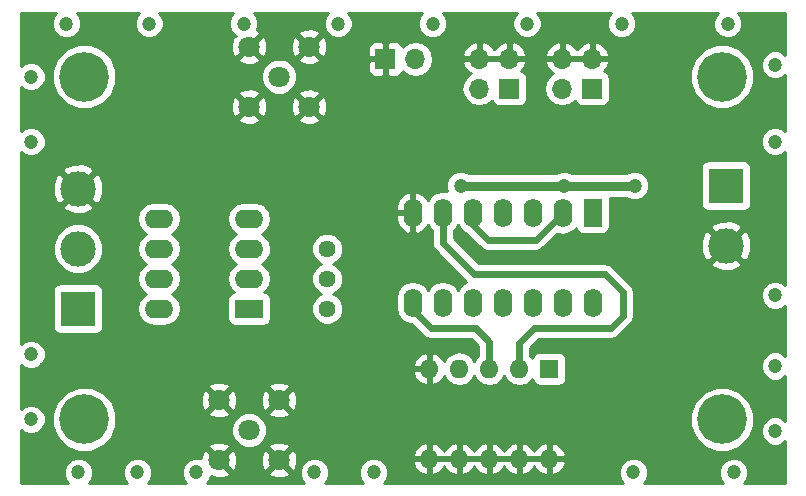
<source format=gbr>
G04 #@! TF.FileFunction,Copper,L1,Top,Signal*
%FSLAX46Y46*%
G04 Gerber Fmt 4.6, Leading zero omitted, Abs format (unit mm)*
G04 Created by KiCad (PCBNEW 4.0.7) date 03/28/18 11:52:59*
%MOMM*%
%LPD*%
G01*
G04 APERTURE LIST*
%ADD10C,0.100000*%
%ADD11C,1.440000*%
%ADD12R,2.400000X1.600000*%
%ADD13O,2.400000X1.600000*%
%ADD14R,3.000000X3.000000*%
%ADD15C,3.000000*%
%ADD16R,1.600000X2.400000*%
%ADD17O,1.600000X2.400000*%
%ADD18C,1.800000*%
%ADD19R,1.700000X1.700000*%
%ADD20O,1.700000X1.700000*%
%ADD21R,1.600000X1.600000*%
%ADD22O,1.600000X1.600000*%
%ADD23C,4.200000*%
%ADD24C,1.200000*%
%ADD25C,0.600000*%
%ADD26C,0.800000*%
%ADD27C,0.254000*%
G04 APERTURE END LIST*
D10*
D11*
X163068000Y-72136000D03*
X163068000Y-69596000D03*
X163068000Y-67056000D03*
D12*
X156464000Y-72136000D03*
D13*
X148844000Y-64516000D03*
X156464000Y-69596000D03*
X148844000Y-67056000D03*
X156464000Y-67056000D03*
X148844000Y-69596000D03*
X156464000Y-64516000D03*
X148844000Y-72136000D03*
D14*
X141986000Y-72136000D03*
D15*
X141986000Y-67056000D03*
X141986000Y-61976000D03*
D16*
X185547000Y-64008000D03*
D17*
X170307000Y-71628000D03*
X183007000Y-64008000D03*
X172847000Y-71628000D03*
X180467000Y-64008000D03*
X175387000Y-71628000D03*
X177927000Y-64008000D03*
X177927000Y-71628000D03*
X175387000Y-64008000D03*
X180467000Y-71628000D03*
X172847000Y-64008000D03*
X183007000Y-71628000D03*
X170307000Y-64008000D03*
X185547000Y-71628000D03*
D14*
X196850000Y-61722000D03*
D15*
X196850000Y-66802000D03*
D18*
X156460000Y-49960000D03*
X159000000Y-52500000D03*
X161540000Y-55040000D03*
X156460000Y-55040000D03*
X161540000Y-49960000D03*
X153924000Y-79883000D03*
X156464000Y-82423000D03*
X159004000Y-84963000D03*
X153924000Y-84963000D03*
X159004000Y-79883000D03*
D19*
X168000000Y-51000000D03*
D20*
X170540000Y-51000000D03*
D21*
X181864000Y-77216000D03*
D22*
X171704000Y-84836000D03*
X179324000Y-77216000D03*
X174244000Y-84836000D03*
X176784000Y-77216000D03*
X176784000Y-84836000D03*
X174244000Y-77216000D03*
X179324000Y-84836000D03*
X171704000Y-77216000D03*
X181864000Y-84836000D03*
D19*
X185500000Y-53500000D03*
D20*
X182960000Y-53500000D03*
X185500000Y-50960000D03*
X182960000Y-50960000D03*
D19*
X178500000Y-53500000D03*
D20*
X175960000Y-53500000D03*
X178500000Y-50960000D03*
X175960000Y-50960000D03*
D23*
X142500000Y-52500000D03*
D24*
X167000000Y-86000000D03*
X162000000Y-86000000D03*
X180000000Y-48000000D03*
X188000000Y-48000000D03*
X138000000Y-76000000D03*
X138000000Y-81500000D03*
X142000000Y-86000000D03*
X147000000Y-86000000D03*
X152000000Y-86000000D03*
X189000000Y-86000000D03*
X197500000Y-86000000D03*
X201000000Y-71000000D03*
X201000000Y-77000000D03*
X201000000Y-82500000D03*
X201000000Y-58000000D03*
X201000000Y-51500000D03*
X197000000Y-48000000D03*
X141000000Y-48000000D03*
X172000000Y-48000000D03*
X164000000Y-48000000D03*
X138000000Y-58000000D03*
X138000000Y-52500000D03*
X156000000Y-48000000D03*
X148000000Y-48000000D03*
D23*
X142500000Y-81500000D03*
X196500000Y-81500000D03*
X196500000Y-52500000D03*
D24*
X174371000Y-61722000D03*
X183134000Y-61722000D03*
X189103000Y-61722000D03*
D25*
X175387000Y-64008000D02*
X175387000Y-65024000D01*
X175387000Y-65024000D02*
X176657000Y-66294000D01*
X176657000Y-66294000D02*
X180721000Y-66294000D01*
X180721000Y-66294000D02*
X183007000Y-64008000D01*
X172847000Y-64008000D02*
X172847000Y-66548000D01*
X179324000Y-75057000D02*
X179324000Y-77216000D01*
X180594000Y-73787000D02*
X179324000Y-75057000D01*
X187071000Y-73787000D02*
X180594000Y-73787000D01*
X188087000Y-72771000D02*
X187071000Y-73787000D01*
X188087000Y-70739000D02*
X188087000Y-72771000D01*
X186563000Y-69215000D02*
X188087000Y-70739000D01*
X175514000Y-69215000D02*
X186563000Y-69215000D01*
X172847000Y-66548000D02*
X175514000Y-69215000D01*
D26*
X180594000Y-61722000D02*
X174371000Y-61722000D01*
X183134000Y-61722000D02*
X180594000Y-61722000D01*
X189103000Y-61722000D02*
X183134000Y-61722000D01*
D25*
X170307000Y-71628000D02*
X170307000Y-72263000D01*
X170307000Y-72263000D02*
X171831000Y-73787000D01*
X171831000Y-73787000D02*
X175641000Y-73787000D01*
X175641000Y-73787000D02*
X176784000Y-74930000D01*
X176784000Y-74930000D02*
X176784000Y-77216000D01*
D27*
G36*
X139953629Y-47299515D02*
X139765215Y-47753266D01*
X139764786Y-48244579D01*
X139952408Y-48698657D01*
X140299515Y-49046371D01*
X140753266Y-49234785D01*
X141244579Y-49235214D01*
X141698657Y-49047592D01*
X142046371Y-48700485D01*
X142234785Y-48246734D01*
X142235214Y-47755421D01*
X142047592Y-47301343D01*
X141873553Y-47127000D01*
X147126446Y-47127000D01*
X146953629Y-47299515D01*
X146765215Y-47753266D01*
X146764786Y-48244579D01*
X146952408Y-48698657D01*
X147299515Y-49046371D01*
X147753266Y-49234785D01*
X148244579Y-49235214D01*
X148698657Y-49047592D01*
X149046371Y-48700485D01*
X149234785Y-48246734D01*
X149235214Y-47755421D01*
X149047592Y-47301343D01*
X148873553Y-47127000D01*
X155126446Y-47127000D01*
X154953629Y-47299515D01*
X154765215Y-47753266D01*
X154764786Y-48244579D01*
X154952408Y-48698657D01*
X155299515Y-49046371D01*
X155352878Y-49068529D01*
X155123357Y-49145852D01*
X154913542Y-49719336D01*
X154939161Y-50329460D01*
X155123357Y-50774148D01*
X155379841Y-50860554D01*
X156280395Y-49960000D01*
X156639605Y-49960000D01*
X157540159Y-50860554D01*
X157796643Y-50774148D01*
X158006458Y-50200664D01*
X157986248Y-49719336D01*
X159993542Y-49719336D01*
X160019161Y-50329460D01*
X160203357Y-50774148D01*
X160459841Y-50860554D01*
X161360395Y-49960000D01*
X161719605Y-49960000D01*
X162620159Y-50860554D01*
X162876643Y-50774148D01*
X163086458Y-50200664D01*
X163079027Y-50023691D01*
X166515000Y-50023691D01*
X166515000Y-50714250D01*
X166673750Y-50873000D01*
X167873000Y-50873000D01*
X167873000Y-49673750D01*
X168127000Y-49673750D01*
X168127000Y-50873000D01*
X168147000Y-50873000D01*
X168147000Y-51127000D01*
X168127000Y-51127000D01*
X168127000Y-52326250D01*
X168285750Y-52485000D01*
X168976310Y-52485000D01*
X169209699Y-52388327D01*
X169388327Y-52209698D01*
X169460597Y-52035223D01*
X169489946Y-52079147D01*
X169971715Y-52401054D01*
X170540000Y-52514093D01*
X171108285Y-52401054D01*
X171590054Y-52079147D01*
X171911961Y-51597378D01*
X172025000Y-51029093D01*
X172025000Y-50970907D01*
X171951841Y-50603110D01*
X174518524Y-50603110D01*
X174639845Y-50833000D01*
X175833000Y-50833000D01*
X175833000Y-49639181D01*
X176087000Y-49639181D01*
X176087000Y-50833000D01*
X178373000Y-50833000D01*
X178373000Y-49639181D01*
X178627000Y-49639181D01*
X178627000Y-50833000D01*
X179820155Y-50833000D01*
X179941476Y-50603110D01*
X181518524Y-50603110D01*
X181639845Y-50833000D01*
X182833000Y-50833000D01*
X182833000Y-49639181D01*
X183087000Y-49639181D01*
X183087000Y-50833000D01*
X185373000Y-50833000D01*
X185373000Y-49639181D01*
X185627000Y-49639181D01*
X185627000Y-50833000D01*
X186820155Y-50833000D01*
X186941476Y-50603110D01*
X186771645Y-50193076D01*
X186381358Y-49764817D01*
X185856892Y-49518514D01*
X185627000Y-49639181D01*
X185373000Y-49639181D01*
X185143108Y-49518514D01*
X184618642Y-49764817D01*
X184230000Y-50191271D01*
X183841358Y-49764817D01*
X183316892Y-49518514D01*
X183087000Y-49639181D01*
X182833000Y-49639181D01*
X182603108Y-49518514D01*
X182078642Y-49764817D01*
X181688355Y-50193076D01*
X181518524Y-50603110D01*
X179941476Y-50603110D01*
X179771645Y-50193076D01*
X179381358Y-49764817D01*
X178856892Y-49518514D01*
X178627000Y-49639181D01*
X178373000Y-49639181D01*
X178143108Y-49518514D01*
X177618642Y-49764817D01*
X177230000Y-50191271D01*
X176841358Y-49764817D01*
X176316892Y-49518514D01*
X176087000Y-49639181D01*
X175833000Y-49639181D01*
X175603108Y-49518514D01*
X175078642Y-49764817D01*
X174688355Y-50193076D01*
X174518524Y-50603110D01*
X171951841Y-50603110D01*
X171911961Y-50402622D01*
X171590054Y-49920853D01*
X171108285Y-49598946D01*
X170540000Y-49485907D01*
X169971715Y-49598946D01*
X169489946Y-49920853D01*
X169460597Y-49964777D01*
X169388327Y-49790302D01*
X169209699Y-49611673D01*
X168976310Y-49515000D01*
X168285750Y-49515000D01*
X168127000Y-49673750D01*
X167873000Y-49673750D01*
X167714250Y-49515000D01*
X167023690Y-49515000D01*
X166790301Y-49611673D01*
X166611673Y-49790302D01*
X166515000Y-50023691D01*
X163079027Y-50023691D01*
X163060839Y-49590540D01*
X162876643Y-49145852D01*
X162620159Y-49059446D01*
X161719605Y-49960000D01*
X161360395Y-49960000D01*
X160459841Y-49059446D01*
X160203357Y-49145852D01*
X159993542Y-49719336D01*
X157986248Y-49719336D01*
X157980839Y-49590540D01*
X157796643Y-49145852D01*
X157540159Y-49059446D01*
X156639605Y-49960000D01*
X156280395Y-49960000D01*
X156266253Y-49945858D01*
X156445858Y-49766253D01*
X156460000Y-49780395D01*
X157360554Y-48879841D01*
X160639446Y-48879841D01*
X161540000Y-49780395D01*
X162440554Y-48879841D01*
X162354148Y-48623357D01*
X161780664Y-48413542D01*
X161170540Y-48439161D01*
X160725852Y-48623357D01*
X160639446Y-48879841D01*
X157360554Y-48879841D01*
X157274148Y-48623357D01*
X157104214Y-48561185D01*
X157234785Y-48246734D01*
X157235214Y-47755421D01*
X157047592Y-47301343D01*
X156873553Y-47127000D01*
X163126446Y-47127000D01*
X162953629Y-47299515D01*
X162765215Y-47753266D01*
X162764786Y-48244579D01*
X162952408Y-48698657D01*
X163299515Y-49046371D01*
X163753266Y-49234785D01*
X164244579Y-49235214D01*
X164698657Y-49047592D01*
X165046371Y-48700485D01*
X165234785Y-48246734D01*
X165235214Y-47755421D01*
X165047592Y-47301343D01*
X164873553Y-47127000D01*
X171126446Y-47127000D01*
X170953629Y-47299515D01*
X170765215Y-47753266D01*
X170764786Y-48244579D01*
X170952408Y-48698657D01*
X171299515Y-49046371D01*
X171753266Y-49234785D01*
X172244579Y-49235214D01*
X172698657Y-49047592D01*
X173046371Y-48700485D01*
X173234785Y-48246734D01*
X173235214Y-47755421D01*
X173047592Y-47301343D01*
X172873553Y-47127000D01*
X179126446Y-47127000D01*
X178953629Y-47299515D01*
X178765215Y-47753266D01*
X178764786Y-48244579D01*
X178952408Y-48698657D01*
X179299515Y-49046371D01*
X179753266Y-49234785D01*
X180244579Y-49235214D01*
X180698657Y-49047592D01*
X181046371Y-48700485D01*
X181234785Y-48246734D01*
X181235214Y-47755421D01*
X181047592Y-47301343D01*
X180873553Y-47127000D01*
X187126446Y-47127000D01*
X186953629Y-47299515D01*
X186765215Y-47753266D01*
X186764786Y-48244579D01*
X186952408Y-48698657D01*
X187299515Y-49046371D01*
X187753266Y-49234785D01*
X188244579Y-49235214D01*
X188698657Y-49047592D01*
X189046371Y-48700485D01*
X189234785Y-48246734D01*
X189235214Y-47755421D01*
X189047592Y-47301343D01*
X188873553Y-47127000D01*
X196126446Y-47127000D01*
X195953629Y-47299515D01*
X195765215Y-47753266D01*
X195764786Y-48244579D01*
X195952408Y-48698657D01*
X196299515Y-49046371D01*
X196753266Y-49234785D01*
X197244579Y-49235214D01*
X197698657Y-49047592D01*
X198046371Y-48700485D01*
X198234785Y-48246734D01*
X198235214Y-47755421D01*
X198047592Y-47301343D01*
X197873553Y-47127000D01*
X201873000Y-47127000D01*
X201873000Y-50626446D01*
X201700485Y-50453629D01*
X201246734Y-50265215D01*
X200755421Y-50264786D01*
X200301343Y-50452408D01*
X199953629Y-50799515D01*
X199765215Y-51253266D01*
X199764786Y-51744579D01*
X199952408Y-52198657D01*
X200299515Y-52546371D01*
X200753266Y-52734785D01*
X201244579Y-52735214D01*
X201698657Y-52547592D01*
X201873000Y-52373553D01*
X201873000Y-57126446D01*
X201700485Y-56953629D01*
X201246734Y-56765215D01*
X200755421Y-56764786D01*
X200301343Y-56952408D01*
X199953629Y-57299515D01*
X199765215Y-57753266D01*
X199764786Y-58244579D01*
X199952408Y-58698657D01*
X200299515Y-59046371D01*
X200753266Y-59234785D01*
X201244579Y-59235214D01*
X201698657Y-59047592D01*
X201873000Y-58873553D01*
X201873000Y-70126446D01*
X201700485Y-69953629D01*
X201246734Y-69765215D01*
X200755421Y-69764786D01*
X200301343Y-69952408D01*
X199953629Y-70299515D01*
X199765215Y-70753266D01*
X199764786Y-71244579D01*
X199952408Y-71698657D01*
X200299515Y-72046371D01*
X200753266Y-72234785D01*
X201244579Y-72235214D01*
X201698657Y-72047592D01*
X201873000Y-71873553D01*
X201873000Y-76126446D01*
X201700485Y-75953629D01*
X201246734Y-75765215D01*
X200755421Y-75764786D01*
X200301343Y-75952408D01*
X199953629Y-76299515D01*
X199765215Y-76753266D01*
X199764786Y-77244579D01*
X199952408Y-77698657D01*
X200299515Y-78046371D01*
X200753266Y-78234785D01*
X201244579Y-78235214D01*
X201698657Y-78047592D01*
X201873000Y-77873553D01*
X201873000Y-81626446D01*
X201700485Y-81453629D01*
X201246734Y-81265215D01*
X200755421Y-81264786D01*
X200301343Y-81452408D01*
X199953629Y-81799515D01*
X199765215Y-82253266D01*
X199764786Y-82744579D01*
X199952408Y-83198657D01*
X200299515Y-83546371D01*
X200753266Y-83734785D01*
X201244579Y-83735214D01*
X201698657Y-83547592D01*
X201873000Y-83373553D01*
X201873000Y-86873000D01*
X198373554Y-86873000D01*
X198546371Y-86700485D01*
X198734785Y-86246734D01*
X198735214Y-85755421D01*
X198547592Y-85301343D01*
X198200485Y-84953629D01*
X197746734Y-84765215D01*
X197255421Y-84764786D01*
X196801343Y-84952408D01*
X196453629Y-85299515D01*
X196265215Y-85753266D01*
X196264786Y-86244579D01*
X196452408Y-86698657D01*
X196626447Y-86873000D01*
X189873554Y-86873000D01*
X190046371Y-86700485D01*
X190234785Y-86246734D01*
X190235214Y-85755421D01*
X190047592Y-85301343D01*
X189700485Y-84953629D01*
X189246734Y-84765215D01*
X188755421Y-84764786D01*
X188301343Y-84952408D01*
X187953629Y-85299515D01*
X187765215Y-85753266D01*
X187764786Y-86244579D01*
X187952408Y-86698657D01*
X188126447Y-86873000D01*
X167873554Y-86873000D01*
X168046371Y-86700485D01*
X168234785Y-86246734D01*
X168235214Y-85755421D01*
X168047592Y-85301343D01*
X167931494Y-85185041D01*
X170312086Y-85185041D01*
X170551611Y-85691134D01*
X170966577Y-86067041D01*
X171354961Y-86227904D01*
X171577000Y-86105915D01*
X171577000Y-84963000D01*
X171831000Y-84963000D01*
X171831000Y-86105915D01*
X172053039Y-86227904D01*
X172441423Y-86067041D01*
X172856389Y-85691134D01*
X172974000Y-85442633D01*
X173091611Y-85691134D01*
X173506577Y-86067041D01*
X173894961Y-86227904D01*
X174117000Y-86105915D01*
X174117000Y-84963000D01*
X174371000Y-84963000D01*
X174371000Y-86105915D01*
X174593039Y-86227904D01*
X174981423Y-86067041D01*
X175396389Y-85691134D01*
X175514000Y-85442633D01*
X175631611Y-85691134D01*
X176046577Y-86067041D01*
X176434961Y-86227904D01*
X176657000Y-86105915D01*
X176657000Y-84963000D01*
X176911000Y-84963000D01*
X176911000Y-86105915D01*
X177133039Y-86227904D01*
X177521423Y-86067041D01*
X177936389Y-85691134D01*
X178054000Y-85442633D01*
X178171611Y-85691134D01*
X178586577Y-86067041D01*
X178974961Y-86227904D01*
X179197000Y-86105915D01*
X179197000Y-84963000D01*
X179451000Y-84963000D01*
X179451000Y-86105915D01*
X179673039Y-86227904D01*
X180061423Y-86067041D01*
X180476389Y-85691134D01*
X180594000Y-85442633D01*
X180711611Y-85691134D01*
X181126577Y-86067041D01*
X181514961Y-86227904D01*
X181737000Y-86105915D01*
X181737000Y-84963000D01*
X181991000Y-84963000D01*
X181991000Y-86105915D01*
X182213039Y-86227904D01*
X182601423Y-86067041D01*
X183016389Y-85691134D01*
X183255914Y-85185041D01*
X183134629Y-84963000D01*
X181991000Y-84963000D01*
X181737000Y-84963000D01*
X179451000Y-84963000D01*
X179197000Y-84963000D01*
X176911000Y-84963000D01*
X176657000Y-84963000D01*
X174371000Y-84963000D01*
X174117000Y-84963000D01*
X171831000Y-84963000D01*
X171577000Y-84963000D01*
X170433371Y-84963000D01*
X170312086Y-85185041D01*
X167931494Y-85185041D01*
X167700485Y-84953629D01*
X167246734Y-84765215D01*
X166755421Y-84764786D01*
X166301343Y-84952408D01*
X165953629Y-85299515D01*
X165765215Y-85753266D01*
X165764786Y-86244579D01*
X165952408Y-86698657D01*
X166126447Y-86873000D01*
X162873554Y-86873000D01*
X163046371Y-86700485D01*
X163234785Y-86246734D01*
X163235214Y-85755421D01*
X163047592Y-85301343D01*
X162700485Y-84953629D01*
X162246734Y-84765215D01*
X161755421Y-84764786D01*
X161301343Y-84952408D01*
X160953629Y-85299515D01*
X160765215Y-85753266D01*
X160764786Y-86244579D01*
X160952408Y-86698657D01*
X161126447Y-86873000D01*
X152873554Y-86873000D01*
X153046371Y-86700485D01*
X153199236Y-86332345D01*
X153683336Y-86509458D01*
X154293460Y-86483839D01*
X154738148Y-86299643D01*
X154824554Y-86043159D01*
X158103446Y-86043159D01*
X158189852Y-86299643D01*
X158763336Y-86509458D01*
X159373460Y-86483839D01*
X159818148Y-86299643D01*
X159904554Y-86043159D01*
X159004000Y-85142605D01*
X158103446Y-86043159D01*
X154824554Y-86043159D01*
X153924000Y-85142605D01*
X153909858Y-85156748D01*
X153730253Y-84977143D01*
X153744395Y-84963000D01*
X154103605Y-84963000D01*
X155004159Y-85863554D01*
X155260643Y-85777148D01*
X155470458Y-85203664D01*
X155450248Y-84722336D01*
X157457542Y-84722336D01*
X157483161Y-85332460D01*
X157667357Y-85777148D01*
X157923841Y-85863554D01*
X158824395Y-84963000D01*
X159183605Y-84963000D01*
X160084159Y-85863554D01*
X160340643Y-85777148D01*
X160550458Y-85203664D01*
X160524839Y-84593540D01*
X160480692Y-84486959D01*
X170312086Y-84486959D01*
X170433371Y-84709000D01*
X171577000Y-84709000D01*
X171577000Y-83566085D01*
X171831000Y-83566085D01*
X171831000Y-84709000D01*
X174117000Y-84709000D01*
X174117000Y-83566085D01*
X174371000Y-83566085D01*
X174371000Y-84709000D01*
X176657000Y-84709000D01*
X176657000Y-83566085D01*
X176911000Y-83566085D01*
X176911000Y-84709000D01*
X179197000Y-84709000D01*
X179197000Y-83566085D01*
X179451000Y-83566085D01*
X179451000Y-84709000D01*
X181737000Y-84709000D01*
X181737000Y-83566085D01*
X181991000Y-83566085D01*
X181991000Y-84709000D01*
X183134629Y-84709000D01*
X183255914Y-84486959D01*
X183016389Y-83980866D01*
X182601423Y-83604959D01*
X182213039Y-83444096D01*
X181991000Y-83566085D01*
X181737000Y-83566085D01*
X181514961Y-83444096D01*
X181126577Y-83604959D01*
X180711611Y-83980866D01*
X180594000Y-84229367D01*
X180476389Y-83980866D01*
X180061423Y-83604959D01*
X179673039Y-83444096D01*
X179451000Y-83566085D01*
X179197000Y-83566085D01*
X178974961Y-83444096D01*
X178586577Y-83604959D01*
X178171611Y-83980866D01*
X178054000Y-84229367D01*
X177936389Y-83980866D01*
X177521423Y-83604959D01*
X177133039Y-83444096D01*
X176911000Y-83566085D01*
X176657000Y-83566085D01*
X176434961Y-83444096D01*
X176046577Y-83604959D01*
X175631611Y-83980866D01*
X175514000Y-84229367D01*
X175396389Y-83980866D01*
X174981423Y-83604959D01*
X174593039Y-83444096D01*
X174371000Y-83566085D01*
X174117000Y-83566085D01*
X173894961Y-83444096D01*
X173506577Y-83604959D01*
X173091611Y-83980866D01*
X172974000Y-84229367D01*
X172856389Y-83980866D01*
X172441423Y-83604959D01*
X172053039Y-83444096D01*
X171831000Y-83566085D01*
X171577000Y-83566085D01*
X171354961Y-83444096D01*
X170966577Y-83604959D01*
X170551611Y-83980866D01*
X170312086Y-84486959D01*
X160480692Y-84486959D01*
X160340643Y-84148852D01*
X160084159Y-84062446D01*
X159183605Y-84963000D01*
X158824395Y-84963000D01*
X157923841Y-84062446D01*
X157667357Y-84148852D01*
X157457542Y-84722336D01*
X155450248Y-84722336D01*
X155444839Y-84593540D01*
X155260643Y-84148852D01*
X155004159Y-84062446D01*
X154103605Y-84963000D01*
X153744395Y-84963000D01*
X152843841Y-84062446D01*
X152587357Y-84148852D01*
X152377542Y-84722336D01*
X152381696Y-84821256D01*
X152246734Y-84765215D01*
X151755421Y-84764786D01*
X151301343Y-84952408D01*
X150953629Y-85299515D01*
X150765215Y-85753266D01*
X150764786Y-86244579D01*
X150952408Y-86698657D01*
X151126447Y-86873000D01*
X147873554Y-86873000D01*
X148046371Y-86700485D01*
X148234785Y-86246734D01*
X148235214Y-85755421D01*
X148047592Y-85301343D01*
X147700485Y-84953629D01*
X147246734Y-84765215D01*
X146755421Y-84764786D01*
X146301343Y-84952408D01*
X145953629Y-85299515D01*
X145765215Y-85753266D01*
X145764786Y-86244579D01*
X145952408Y-86698657D01*
X146126447Y-86873000D01*
X142873554Y-86873000D01*
X143046371Y-86700485D01*
X143234785Y-86246734D01*
X143235214Y-85755421D01*
X143047592Y-85301343D01*
X142700485Y-84953629D01*
X142246734Y-84765215D01*
X141755421Y-84764786D01*
X141301343Y-84952408D01*
X140953629Y-85299515D01*
X140765215Y-85753266D01*
X140764786Y-86244579D01*
X140952408Y-86698657D01*
X141126447Y-86873000D01*
X137127000Y-86873000D01*
X137127000Y-82373554D01*
X137299515Y-82546371D01*
X137753266Y-82734785D01*
X138244579Y-82735214D01*
X138698657Y-82547592D01*
X139046371Y-82200485D01*
X139112330Y-82041638D01*
X139764526Y-82041638D01*
X140180028Y-83047229D01*
X140948724Y-83817268D01*
X141953588Y-84234524D01*
X143041638Y-84235474D01*
X143895074Y-83882841D01*
X153023446Y-83882841D01*
X153924000Y-84783395D01*
X154824554Y-83882841D01*
X154738148Y-83626357D01*
X154164664Y-83416542D01*
X153554540Y-83442161D01*
X153109852Y-83626357D01*
X153023446Y-83882841D01*
X143895074Y-83882841D01*
X144047229Y-83819972D01*
X144817268Y-83051276D01*
X144951922Y-82726991D01*
X154928735Y-82726991D01*
X155161932Y-83291371D01*
X155593357Y-83723551D01*
X156157330Y-83957733D01*
X156767991Y-83958265D01*
X156950531Y-83882841D01*
X158103446Y-83882841D01*
X159004000Y-84783395D01*
X159904554Y-83882841D01*
X159818148Y-83626357D01*
X159244664Y-83416542D01*
X158634540Y-83442161D01*
X158189852Y-83626357D01*
X158103446Y-83882841D01*
X156950531Y-83882841D01*
X157332371Y-83725068D01*
X157764551Y-83293643D01*
X157998733Y-82729670D01*
X157999265Y-82119009D01*
X157967296Y-82041638D01*
X193764526Y-82041638D01*
X194180028Y-83047229D01*
X194948724Y-83817268D01*
X195953588Y-84234524D01*
X197041638Y-84235474D01*
X198047229Y-83819972D01*
X198817268Y-83051276D01*
X199234524Y-82046412D01*
X199235474Y-80958362D01*
X198819972Y-79952771D01*
X198051276Y-79182732D01*
X197046412Y-78765476D01*
X195958362Y-78764526D01*
X194952771Y-79180028D01*
X194182732Y-79948724D01*
X193765476Y-80953588D01*
X193764526Y-82041638D01*
X157967296Y-82041638D01*
X157766068Y-81554629D01*
X157334643Y-81122449D01*
X156951031Y-80963159D01*
X158103446Y-80963159D01*
X158189852Y-81219643D01*
X158763336Y-81429458D01*
X159373460Y-81403839D01*
X159818148Y-81219643D01*
X159904554Y-80963159D01*
X159004000Y-80062605D01*
X158103446Y-80963159D01*
X156951031Y-80963159D01*
X156770670Y-80888267D01*
X156160009Y-80887735D01*
X155595629Y-81120932D01*
X155163449Y-81552357D01*
X154929267Y-82116330D01*
X154928735Y-82726991D01*
X144951922Y-82726991D01*
X145234524Y-82046412D01*
X145235469Y-80963159D01*
X153023446Y-80963159D01*
X153109852Y-81219643D01*
X153683336Y-81429458D01*
X154293460Y-81403839D01*
X154738148Y-81219643D01*
X154824554Y-80963159D01*
X153924000Y-80062605D01*
X153023446Y-80963159D01*
X145235469Y-80963159D01*
X145235474Y-80958362D01*
X144819972Y-79952771D01*
X144510079Y-79642336D01*
X152377542Y-79642336D01*
X152403161Y-80252460D01*
X152587357Y-80697148D01*
X152843841Y-80783554D01*
X153744395Y-79883000D01*
X154103605Y-79883000D01*
X155004159Y-80783554D01*
X155260643Y-80697148D01*
X155470458Y-80123664D01*
X155450248Y-79642336D01*
X157457542Y-79642336D01*
X157483161Y-80252460D01*
X157667357Y-80697148D01*
X157923841Y-80783554D01*
X158824395Y-79883000D01*
X159183605Y-79883000D01*
X160084159Y-80783554D01*
X160340643Y-80697148D01*
X160550458Y-80123664D01*
X160524839Y-79513540D01*
X160340643Y-79068852D01*
X160084159Y-78982446D01*
X159183605Y-79883000D01*
X158824395Y-79883000D01*
X157923841Y-78982446D01*
X157667357Y-79068852D01*
X157457542Y-79642336D01*
X155450248Y-79642336D01*
X155444839Y-79513540D01*
X155260643Y-79068852D01*
X155004159Y-78982446D01*
X154103605Y-79883000D01*
X153744395Y-79883000D01*
X152843841Y-78982446D01*
X152587357Y-79068852D01*
X152377542Y-79642336D01*
X144510079Y-79642336D01*
X144051276Y-79182732D01*
X143136397Y-78802841D01*
X153023446Y-78802841D01*
X153924000Y-79703395D01*
X154824554Y-78802841D01*
X158103446Y-78802841D01*
X159004000Y-79703395D01*
X159904554Y-78802841D01*
X159818148Y-78546357D01*
X159244664Y-78336542D01*
X158634540Y-78362161D01*
X158189852Y-78546357D01*
X158103446Y-78802841D01*
X154824554Y-78802841D01*
X154738148Y-78546357D01*
X154164664Y-78336542D01*
X153554540Y-78362161D01*
X153109852Y-78546357D01*
X153023446Y-78802841D01*
X143136397Y-78802841D01*
X143046412Y-78765476D01*
X141958362Y-78764526D01*
X140952771Y-79180028D01*
X140182732Y-79948724D01*
X139765476Y-80953588D01*
X139764526Y-82041638D01*
X139112330Y-82041638D01*
X139234785Y-81746734D01*
X139235214Y-81255421D01*
X139047592Y-80801343D01*
X138700485Y-80453629D01*
X138246734Y-80265215D01*
X137755421Y-80264786D01*
X137301343Y-80452408D01*
X137127000Y-80626447D01*
X137127000Y-77565041D01*
X170312086Y-77565041D01*
X170551611Y-78071134D01*
X170966577Y-78447041D01*
X171354961Y-78607904D01*
X171577000Y-78485915D01*
X171577000Y-77343000D01*
X170433371Y-77343000D01*
X170312086Y-77565041D01*
X137127000Y-77565041D01*
X137127000Y-76873554D01*
X137299515Y-77046371D01*
X137753266Y-77234785D01*
X138244579Y-77235214D01*
X138698657Y-77047592D01*
X138879605Y-76866959D01*
X170312086Y-76866959D01*
X170433371Y-77089000D01*
X171577000Y-77089000D01*
X171577000Y-75946085D01*
X171354961Y-75824096D01*
X170966577Y-75984959D01*
X170551611Y-76360866D01*
X170312086Y-76866959D01*
X138879605Y-76866959D01*
X139046371Y-76700485D01*
X139234785Y-76246734D01*
X139235214Y-75755421D01*
X139047592Y-75301343D01*
X138700485Y-74953629D01*
X138246734Y-74765215D01*
X137755421Y-74764786D01*
X137301343Y-74952408D01*
X137127000Y-75126447D01*
X137127000Y-70636000D01*
X139838560Y-70636000D01*
X139838560Y-73636000D01*
X139882838Y-73871317D01*
X140021910Y-74087441D01*
X140234110Y-74232431D01*
X140486000Y-74283440D01*
X143486000Y-74283440D01*
X143721317Y-74239162D01*
X143937441Y-74100090D01*
X144082431Y-73887890D01*
X144133440Y-73636000D01*
X144133440Y-70636000D01*
X144089162Y-70400683D01*
X143950090Y-70184559D01*
X143737890Y-70039569D01*
X143486000Y-69988560D01*
X140486000Y-69988560D01*
X140250683Y-70032838D01*
X140034559Y-70171910D01*
X139889569Y-70384110D01*
X139838560Y-70636000D01*
X137127000Y-70636000D01*
X137127000Y-67478815D01*
X139850630Y-67478815D01*
X140174980Y-68263800D01*
X140775041Y-68864909D01*
X141559459Y-69190628D01*
X142408815Y-69191370D01*
X143193800Y-68867020D01*
X143794909Y-68266959D01*
X144120628Y-67482541D01*
X144121370Y-66633185D01*
X143797020Y-65848200D01*
X143196959Y-65247091D01*
X142412541Y-64921372D01*
X141563185Y-64920630D01*
X140778200Y-65244980D01*
X140177091Y-65845041D01*
X139851372Y-66629459D01*
X139850630Y-67478815D01*
X137127000Y-67478815D01*
X137127000Y-64516000D01*
X146973050Y-64516000D01*
X147082283Y-65065151D01*
X147393352Y-65530698D01*
X147775438Y-65786000D01*
X147393352Y-66041302D01*
X147082283Y-66506849D01*
X146973050Y-67056000D01*
X147082283Y-67605151D01*
X147393352Y-68070698D01*
X147775438Y-68326000D01*
X147393352Y-68581302D01*
X147082283Y-69046849D01*
X146973050Y-69596000D01*
X147082283Y-70145151D01*
X147393352Y-70610698D01*
X147775438Y-70866000D01*
X147393352Y-71121302D01*
X147082283Y-71586849D01*
X146973050Y-72136000D01*
X147082283Y-72685151D01*
X147393352Y-73150698D01*
X147858899Y-73461767D01*
X148408050Y-73571000D01*
X149279950Y-73571000D01*
X149829101Y-73461767D01*
X150294648Y-73150698D01*
X150605717Y-72685151D01*
X150714950Y-72136000D01*
X150605717Y-71586849D01*
X150294648Y-71121302D01*
X149912562Y-70866000D01*
X150294648Y-70610698D01*
X150605717Y-70145151D01*
X150714950Y-69596000D01*
X150605717Y-69046849D01*
X150294648Y-68581302D01*
X149912562Y-68326000D01*
X150294648Y-68070698D01*
X150605717Y-67605151D01*
X150714950Y-67056000D01*
X150605717Y-66506849D01*
X150294648Y-66041302D01*
X149912562Y-65786000D01*
X150294648Y-65530698D01*
X150605717Y-65065151D01*
X150714950Y-64516000D01*
X154593050Y-64516000D01*
X154702283Y-65065151D01*
X155013352Y-65530698D01*
X155395438Y-65786000D01*
X155013352Y-66041302D01*
X154702283Y-66506849D01*
X154593050Y-67056000D01*
X154702283Y-67605151D01*
X155013352Y-68070698D01*
X155395438Y-68326000D01*
X155013352Y-68581302D01*
X154702283Y-69046849D01*
X154593050Y-69596000D01*
X154702283Y-70145151D01*
X155013352Y-70610698D01*
X155159350Y-70708251D01*
X155028683Y-70732838D01*
X154812559Y-70871910D01*
X154667569Y-71084110D01*
X154616560Y-71336000D01*
X154616560Y-72936000D01*
X154660838Y-73171317D01*
X154799910Y-73387441D01*
X155012110Y-73532431D01*
X155264000Y-73583440D01*
X157664000Y-73583440D01*
X157899317Y-73539162D01*
X158115441Y-73400090D01*
X158260431Y-73187890D01*
X158311440Y-72936000D01*
X158311440Y-71336000D01*
X158267162Y-71100683D01*
X158128090Y-70884559D01*
X157915890Y-70739569D01*
X157766926Y-70709403D01*
X157914648Y-70610698D01*
X158225717Y-70145151D01*
X158334950Y-69596000D01*
X158225717Y-69046849D01*
X157914648Y-68581302D01*
X157532562Y-68326000D01*
X157914648Y-68070698D01*
X158225717Y-67605151D01*
X158281573Y-67324344D01*
X161712765Y-67324344D01*
X161918617Y-67822543D01*
X162299452Y-68204043D01*
X162593264Y-68326045D01*
X162301457Y-68446617D01*
X161919957Y-68827452D01*
X161713236Y-69325291D01*
X161712765Y-69864344D01*
X161918617Y-70362543D01*
X162299452Y-70744043D01*
X162593264Y-70866045D01*
X162301457Y-70986617D01*
X161919957Y-71367452D01*
X161713236Y-71865291D01*
X161712765Y-72404344D01*
X161918617Y-72902543D01*
X162299452Y-73284043D01*
X162797291Y-73490764D01*
X163336344Y-73491235D01*
X163834543Y-73285383D01*
X164216043Y-72904548D01*
X164422764Y-72406709D01*
X164423235Y-71867656D01*
X164217383Y-71369457D01*
X164040286Y-71192050D01*
X168872000Y-71192050D01*
X168872000Y-72063950D01*
X168981233Y-72613101D01*
X169292302Y-73078648D01*
X169757849Y-73389717D01*
X170199222Y-73477512D01*
X171169855Y-74448145D01*
X171473191Y-74650827D01*
X171831000Y-74722000D01*
X175253710Y-74722000D01*
X175849000Y-75317290D01*
X175849000Y-76119936D01*
X175769302Y-76173189D01*
X175514000Y-76555275D01*
X175258698Y-76173189D01*
X174793151Y-75862120D01*
X174244000Y-75752887D01*
X173694849Y-75862120D01*
X173229302Y-76173189D01*
X172959014Y-76577703D01*
X172856389Y-76360866D01*
X172441423Y-75984959D01*
X172053039Y-75824096D01*
X171831000Y-75946085D01*
X171831000Y-77089000D01*
X171851000Y-77089000D01*
X171851000Y-77343000D01*
X171831000Y-77343000D01*
X171831000Y-78485915D01*
X172053039Y-78607904D01*
X172441423Y-78447041D01*
X172856389Y-78071134D01*
X172959014Y-77854297D01*
X173229302Y-78258811D01*
X173694849Y-78569880D01*
X174244000Y-78679113D01*
X174793151Y-78569880D01*
X175258698Y-78258811D01*
X175514000Y-77876725D01*
X175769302Y-78258811D01*
X176234849Y-78569880D01*
X176784000Y-78679113D01*
X177333151Y-78569880D01*
X177798698Y-78258811D01*
X178054000Y-77876725D01*
X178309302Y-78258811D01*
X178774849Y-78569880D01*
X179324000Y-78679113D01*
X179873151Y-78569880D01*
X180338698Y-78258811D01*
X180435101Y-78114535D01*
X180460838Y-78251317D01*
X180599910Y-78467441D01*
X180812110Y-78612431D01*
X181064000Y-78663440D01*
X182664000Y-78663440D01*
X182899317Y-78619162D01*
X183115441Y-78480090D01*
X183260431Y-78267890D01*
X183311440Y-78016000D01*
X183311440Y-76416000D01*
X183267162Y-76180683D01*
X183128090Y-75964559D01*
X182915890Y-75819569D01*
X182664000Y-75768560D01*
X181064000Y-75768560D01*
X180828683Y-75812838D01*
X180612559Y-75951910D01*
X180467569Y-76164110D01*
X180436185Y-76319089D01*
X180338698Y-76173189D01*
X180259000Y-76119936D01*
X180259000Y-75444290D01*
X180981290Y-74722000D01*
X187071000Y-74722000D01*
X187428809Y-74650827D01*
X187732145Y-74448145D01*
X188748145Y-73432145D01*
X188950827Y-73128809D01*
X189022000Y-72771000D01*
X189022000Y-70739000D01*
X188950827Y-70381191D01*
X188748145Y-70077855D01*
X187224145Y-68553855D01*
X186920809Y-68351173D01*
X186743833Y-68315970D01*
X195515635Y-68315970D01*
X195675418Y-68634739D01*
X196466187Y-68944723D01*
X197315387Y-68928497D01*
X198024582Y-68634739D01*
X198184365Y-68315970D01*
X196850000Y-66981605D01*
X195515635Y-68315970D01*
X186743833Y-68315970D01*
X186563000Y-68280000D01*
X175901290Y-68280000D01*
X173782000Y-66160710D01*
X173782000Y-65511901D01*
X173861698Y-65458648D01*
X174117000Y-65076562D01*
X174372302Y-65458648D01*
X174755208Y-65714498D01*
X175995855Y-66955145D01*
X176299191Y-67157827D01*
X176657000Y-67229000D01*
X180721000Y-67229000D01*
X181078809Y-67157827D01*
X181382145Y-66955145D01*
X181919103Y-66418187D01*
X194707277Y-66418187D01*
X194723503Y-67267387D01*
X195017261Y-67976582D01*
X195336030Y-68136365D01*
X196670395Y-66802000D01*
X197029605Y-66802000D01*
X198363970Y-68136365D01*
X198682739Y-67976582D01*
X198992723Y-67185813D01*
X198976497Y-66336613D01*
X198682739Y-65627418D01*
X198363970Y-65467635D01*
X197029605Y-66802000D01*
X196670395Y-66802000D01*
X195336030Y-65467635D01*
X195017261Y-65627418D01*
X194707277Y-66418187D01*
X181919103Y-66418187D01*
X182549369Y-65787921D01*
X183007000Y-65878950D01*
X183556151Y-65769717D01*
X184021698Y-65458648D01*
X184119251Y-65312650D01*
X184143838Y-65443317D01*
X184282910Y-65659441D01*
X184495110Y-65804431D01*
X184747000Y-65855440D01*
X186347000Y-65855440D01*
X186582317Y-65811162D01*
X186798441Y-65672090D01*
X186943431Y-65459890D01*
X186978233Y-65288030D01*
X195515635Y-65288030D01*
X196850000Y-66622395D01*
X198184365Y-65288030D01*
X198024582Y-64969261D01*
X197233813Y-64659277D01*
X196384613Y-64675503D01*
X195675418Y-64969261D01*
X195515635Y-65288030D01*
X186978233Y-65288030D01*
X186994440Y-65208000D01*
X186994440Y-62808000D01*
X186984844Y-62757000D01*
X188391164Y-62757000D01*
X188402515Y-62768371D01*
X188856266Y-62956785D01*
X189347579Y-62957214D01*
X189801657Y-62769592D01*
X190149371Y-62422485D01*
X190337785Y-61968734D01*
X190338214Y-61477421D01*
X190150592Y-61023343D01*
X189803485Y-60675629D01*
X189349734Y-60487215D01*
X188858421Y-60486786D01*
X188404343Y-60674408D01*
X188391729Y-60687000D01*
X183845836Y-60687000D01*
X183834485Y-60675629D01*
X183380734Y-60487215D01*
X182889421Y-60486786D01*
X182435343Y-60674408D01*
X182422729Y-60687000D01*
X175082836Y-60687000D01*
X175071485Y-60675629D01*
X174617734Y-60487215D01*
X174126421Y-60486786D01*
X173672343Y-60674408D01*
X173324629Y-61021515D01*
X173136215Y-61475266D01*
X173135786Y-61966579D01*
X173238392Y-62214903D01*
X172847000Y-62137050D01*
X172297849Y-62246283D01*
X171832302Y-62557352D01*
X171579493Y-62935707D01*
X171231896Y-62503500D01*
X170738819Y-62233633D01*
X170656039Y-62216096D01*
X170434000Y-62338085D01*
X170434000Y-63881000D01*
X170454000Y-63881000D01*
X170454000Y-64135000D01*
X170434000Y-64135000D01*
X170434000Y-65677915D01*
X170656039Y-65799904D01*
X170738819Y-65782367D01*
X171231896Y-65512500D01*
X171579493Y-65080293D01*
X171832302Y-65458648D01*
X171912000Y-65511901D01*
X171912000Y-66548000D01*
X171983173Y-66905809D01*
X172185855Y-67209145D01*
X174842140Y-69865430D01*
X174837849Y-69866283D01*
X174372302Y-70177352D01*
X174117000Y-70559438D01*
X173861698Y-70177352D01*
X173396151Y-69866283D01*
X172847000Y-69757050D01*
X172297849Y-69866283D01*
X171832302Y-70177352D01*
X171577000Y-70559438D01*
X171321698Y-70177352D01*
X170856151Y-69866283D01*
X170307000Y-69757050D01*
X169757849Y-69866283D01*
X169292302Y-70177352D01*
X168981233Y-70642899D01*
X168872000Y-71192050D01*
X164040286Y-71192050D01*
X163836548Y-70987957D01*
X163542736Y-70865955D01*
X163834543Y-70745383D01*
X164216043Y-70364548D01*
X164422764Y-69866709D01*
X164423235Y-69327656D01*
X164217383Y-68829457D01*
X163836548Y-68447957D01*
X163542736Y-68325955D01*
X163834543Y-68205383D01*
X164216043Y-67824548D01*
X164422764Y-67326709D01*
X164423235Y-66787656D01*
X164217383Y-66289457D01*
X163836548Y-65907957D01*
X163338709Y-65701236D01*
X162799656Y-65700765D01*
X162301457Y-65906617D01*
X161919957Y-66287452D01*
X161713236Y-66785291D01*
X161712765Y-67324344D01*
X158281573Y-67324344D01*
X158334950Y-67056000D01*
X158225717Y-66506849D01*
X157914648Y-66041302D01*
X157532562Y-65786000D01*
X157914648Y-65530698D01*
X158225717Y-65065151D01*
X158334950Y-64516000D01*
X158259165Y-64135000D01*
X168872000Y-64135000D01*
X168872000Y-64535000D01*
X169029834Y-65074483D01*
X169382104Y-65512500D01*
X169875181Y-65782367D01*
X169957961Y-65799904D01*
X170180000Y-65677915D01*
X170180000Y-64135000D01*
X168872000Y-64135000D01*
X158259165Y-64135000D01*
X158225717Y-63966849D01*
X157914648Y-63501302D01*
X157884264Y-63481000D01*
X168872000Y-63481000D01*
X168872000Y-63881000D01*
X170180000Y-63881000D01*
X170180000Y-62338085D01*
X169957961Y-62216096D01*
X169875181Y-62233633D01*
X169382104Y-62503500D01*
X169029834Y-62941517D01*
X168872000Y-63481000D01*
X157884264Y-63481000D01*
X157449101Y-63190233D01*
X156899950Y-63081000D01*
X156028050Y-63081000D01*
X155478899Y-63190233D01*
X155013352Y-63501302D01*
X154702283Y-63966849D01*
X154593050Y-64516000D01*
X150714950Y-64516000D01*
X150605717Y-63966849D01*
X150294648Y-63501302D01*
X149829101Y-63190233D01*
X149279950Y-63081000D01*
X148408050Y-63081000D01*
X147858899Y-63190233D01*
X147393352Y-63501302D01*
X147082283Y-63966849D01*
X146973050Y-64516000D01*
X137127000Y-64516000D01*
X137127000Y-63489970D01*
X140651635Y-63489970D01*
X140811418Y-63808739D01*
X141602187Y-64118723D01*
X142451387Y-64102497D01*
X143160582Y-63808739D01*
X143320365Y-63489970D01*
X141986000Y-62155605D01*
X140651635Y-63489970D01*
X137127000Y-63489970D01*
X137127000Y-61592187D01*
X139843277Y-61592187D01*
X139859503Y-62441387D01*
X140153261Y-63150582D01*
X140472030Y-63310365D01*
X141806395Y-61976000D01*
X142165605Y-61976000D01*
X143499970Y-63310365D01*
X143818739Y-63150582D01*
X144128723Y-62359813D01*
X144112497Y-61510613D01*
X143818739Y-60801418D01*
X143499970Y-60641635D01*
X142165605Y-61976000D01*
X141806395Y-61976000D01*
X140472030Y-60641635D01*
X140153261Y-60801418D01*
X139843277Y-61592187D01*
X137127000Y-61592187D01*
X137127000Y-60462030D01*
X140651635Y-60462030D01*
X141986000Y-61796395D01*
X143320365Y-60462030D01*
X143200050Y-60222000D01*
X194702560Y-60222000D01*
X194702560Y-63222000D01*
X194746838Y-63457317D01*
X194885910Y-63673441D01*
X195098110Y-63818431D01*
X195350000Y-63869440D01*
X198350000Y-63869440D01*
X198585317Y-63825162D01*
X198801441Y-63686090D01*
X198946431Y-63473890D01*
X198997440Y-63222000D01*
X198997440Y-60222000D01*
X198953162Y-59986683D01*
X198814090Y-59770559D01*
X198601890Y-59625569D01*
X198350000Y-59574560D01*
X195350000Y-59574560D01*
X195114683Y-59618838D01*
X194898559Y-59757910D01*
X194753569Y-59970110D01*
X194702560Y-60222000D01*
X143200050Y-60222000D01*
X143160582Y-60143261D01*
X142369813Y-59833277D01*
X141520613Y-59849503D01*
X140811418Y-60143261D01*
X140651635Y-60462030D01*
X137127000Y-60462030D01*
X137127000Y-58873554D01*
X137299515Y-59046371D01*
X137753266Y-59234785D01*
X138244579Y-59235214D01*
X138698657Y-59047592D01*
X139046371Y-58700485D01*
X139234785Y-58246734D01*
X139235214Y-57755421D01*
X139047592Y-57301343D01*
X138700485Y-56953629D01*
X138246734Y-56765215D01*
X137755421Y-56764786D01*
X137301343Y-56952408D01*
X137127000Y-57126447D01*
X137127000Y-56120159D01*
X155559446Y-56120159D01*
X155645852Y-56376643D01*
X156219336Y-56586458D01*
X156829460Y-56560839D01*
X157274148Y-56376643D01*
X157360554Y-56120159D01*
X160639446Y-56120159D01*
X160725852Y-56376643D01*
X161299336Y-56586458D01*
X161909460Y-56560839D01*
X162354148Y-56376643D01*
X162440554Y-56120159D01*
X161540000Y-55219605D01*
X160639446Y-56120159D01*
X157360554Y-56120159D01*
X156460000Y-55219605D01*
X155559446Y-56120159D01*
X137127000Y-56120159D01*
X137127000Y-53373554D01*
X137299515Y-53546371D01*
X137753266Y-53734785D01*
X138244579Y-53735214D01*
X138698657Y-53547592D01*
X139046371Y-53200485D01*
X139112330Y-53041638D01*
X139764526Y-53041638D01*
X140180028Y-54047229D01*
X140948724Y-54817268D01*
X141953588Y-55234524D01*
X143041638Y-55235474D01*
X144047229Y-54819972D01*
X144067901Y-54799336D01*
X154913542Y-54799336D01*
X154939161Y-55409460D01*
X155123357Y-55854148D01*
X155379841Y-55940554D01*
X156280395Y-55040000D01*
X156639605Y-55040000D01*
X157540159Y-55940554D01*
X157796643Y-55854148D01*
X158006458Y-55280664D01*
X157986248Y-54799336D01*
X159993542Y-54799336D01*
X160019161Y-55409460D01*
X160203357Y-55854148D01*
X160459841Y-55940554D01*
X161360395Y-55040000D01*
X161719605Y-55040000D01*
X162620159Y-55940554D01*
X162876643Y-55854148D01*
X163086458Y-55280664D01*
X163060839Y-54670540D01*
X162876643Y-54225852D01*
X162620159Y-54139446D01*
X161719605Y-55040000D01*
X161360395Y-55040000D01*
X160459841Y-54139446D01*
X160203357Y-54225852D01*
X159993542Y-54799336D01*
X157986248Y-54799336D01*
X157980839Y-54670540D01*
X157796643Y-54225852D01*
X157540159Y-54139446D01*
X156639605Y-55040000D01*
X156280395Y-55040000D01*
X155379841Y-54139446D01*
X155123357Y-54225852D01*
X154913542Y-54799336D01*
X144067901Y-54799336D01*
X144817268Y-54051276D01*
X144855235Y-53959841D01*
X155559446Y-53959841D01*
X156460000Y-54860395D01*
X157360554Y-53959841D01*
X157274148Y-53703357D01*
X156700664Y-53493542D01*
X156090540Y-53519161D01*
X155645852Y-53703357D01*
X155559446Y-53959841D01*
X144855235Y-53959841D01*
X145234524Y-53046412D01*
X145234735Y-52803991D01*
X157464735Y-52803991D01*
X157697932Y-53368371D01*
X158129357Y-53800551D01*
X158693330Y-54034733D01*
X159303991Y-54035265D01*
X159486531Y-53959841D01*
X160639446Y-53959841D01*
X161540000Y-54860395D01*
X162440554Y-53959841D01*
X162354148Y-53703357D01*
X161798316Y-53500000D01*
X174445907Y-53500000D01*
X174558946Y-54068285D01*
X174880853Y-54550054D01*
X175362622Y-54871961D01*
X175930907Y-54985000D01*
X175989093Y-54985000D01*
X176557378Y-54871961D01*
X177039147Y-54550054D01*
X177039971Y-54548821D01*
X177046838Y-54585317D01*
X177185910Y-54801441D01*
X177398110Y-54946431D01*
X177650000Y-54997440D01*
X179350000Y-54997440D01*
X179585317Y-54953162D01*
X179801441Y-54814090D01*
X179946431Y-54601890D01*
X179997440Y-54350000D01*
X179997440Y-53500000D01*
X181445907Y-53500000D01*
X181558946Y-54068285D01*
X181880853Y-54550054D01*
X182362622Y-54871961D01*
X182930907Y-54985000D01*
X182989093Y-54985000D01*
X183557378Y-54871961D01*
X184039147Y-54550054D01*
X184039971Y-54548821D01*
X184046838Y-54585317D01*
X184185910Y-54801441D01*
X184398110Y-54946431D01*
X184650000Y-54997440D01*
X186350000Y-54997440D01*
X186585317Y-54953162D01*
X186801441Y-54814090D01*
X186946431Y-54601890D01*
X186997440Y-54350000D01*
X186997440Y-53041638D01*
X193764526Y-53041638D01*
X194180028Y-54047229D01*
X194948724Y-54817268D01*
X195953588Y-55234524D01*
X197041638Y-55235474D01*
X198047229Y-54819972D01*
X198817268Y-54051276D01*
X199234524Y-53046412D01*
X199235474Y-51958362D01*
X198819972Y-50952771D01*
X198051276Y-50182732D01*
X197046412Y-49765476D01*
X195958362Y-49764526D01*
X194952771Y-50180028D01*
X194182732Y-50948724D01*
X193765476Y-51953588D01*
X193764526Y-53041638D01*
X186997440Y-53041638D01*
X186997440Y-52650000D01*
X186953162Y-52414683D01*
X186814090Y-52198559D01*
X186601890Y-52053569D01*
X186493893Y-52031699D01*
X186771645Y-51726924D01*
X186941476Y-51316890D01*
X186820155Y-51087000D01*
X185627000Y-51087000D01*
X185627000Y-51107000D01*
X185373000Y-51107000D01*
X185373000Y-51087000D01*
X183087000Y-51087000D01*
X183087000Y-51107000D01*
X182833000Y-51107000D01*
X182833000Y-51087000D01*
X181639845Y-51087000D01*
X181518524Y-51316890D01*
X181688355Y-51726924D01*
X182078642Y-52155183D01*
X182221553Y-52222298D01*
X181880853Y-52449946D01*
X181558946Y-52931715D01*
X181445907Y-53500000D01*
X179997440Y-53500000D01*
X179997440Y-52650000D01*
X179953162Y-52414683D01*
X179814090Y-52198559D01*
X179601890Y-52053569D01*
X179493893Y-52031699D01*
X179771645Y-51726924D01*
X179941476Y-51316890D01*
X179820155Y-51087000D01*
X178627000Y-51087000D01*
X178627000Y-51107000D01*
X178373000Y-51107000D01*
X178373000Y-51087000D01*
X176087000Y-51087000D01*
X176087000Y-51107000D01*
X175833000Y-51107000D01*
X175833000Y-51087000D01*
X174639845Y-51087000D01*
X174518524Y-51316890D01*
X174688355Y-51726924D01*
X175078642Y-52155183D01*
X175221553Y-52222298D01*
X174880853Y-52449946D01*
X174558946Y-52931715D01*
X174445907Y-53500000D01*
X161798316Y-53500000D01*
X161780664Y-53493542D01*
X161170540Y-53519161D01*
X160725852Y-53703357D01*
X160639446Y-53959841D01*
X159486531Y-53959841D01*
X159868371Y-53802068D01*
X160300551Y-53370643D01*
X160534733Y-52806670D01*
X160535265Y-52196009D01*
X160302068Y-51631629D01*
X159870643Y-51199449D01*
X159487031Y-51040159D01*
X160639446Y-51040159D01*
X160725852Y-51296643D01*
X161299336Y-51506458D01*
X161909460Y-51480839D01*
X162354148Y-51296643D01*
X162357817Y-51285750D01*
X166515000Y-51285750D01*
X166515000Y-51976309D01*
X166611673Y-52209698D01*
X166790301Y-52388327D01*
X167023690Y-52485000D01*
X167714250Y-52485000D01*
X167873000Y-52326250D01*
X167873000Y-51127000D01*
X166673750Y-51127000D01*
X166515000Y-51285750D01*
X162357817Y-51285750D01*
X162440554Y-51040159D01*
X161540000Y-50139605D01*
X160639446Y-51040159D01*
X159487031Y-51040159D01*
X159306670Y-50965267D01*
X158696009Y-50964735D01*
X158131629Y-51197932D01*
X157699449Y-51629357D01*
X157465267Y-52193330D01*
X157464735Y-52803991D01*
X145234735Y-52803991D01*
X145235474Y-51958362D01*
X144856081Y-51040159D01*
X155559446Y-51040159D01*
X155645852Y-51296643D01*
X156219336Y-51506458D01*
X156829460Y-51480839D01*
X157274148Y-51296643D01*
X157360554Y-51040159D01*
X156460000Y-50139605D01*
X155559446Y-51040159D01*
X144856081Y-51040159D01*
X144819972Y-50952771D01*
X144051276Y-50182732D01*
X143046412Y-49765476D01*
X141958362Y-49764526D01*
X140952771Y-50180028D01*
X140182732Y-50948724D01*
X139765476Y-51953588D01*
X139764526Y-53041638D01*
X139112330Y-53041638D01*
X139234785Y-52746734D01*
X139235214Y-52255421D01*
X139047592Y-51801343D01*
X138700485Y-51453629D01*
X138246734Y-51265215D01*
X137755421Y-51264786D01*
X137301343Y-51452408D01*
X137127000Y-51626447D01*
X137127000Y-47127000D01*
X140126446Y-47127000D01*
X139953629Y-47299515D01*
X139953629Y-47299515D01*
G37*
X139953629Y-47299515D02*
X139765215Y-47753266D01*
X139764786Y-48244579D01*
X139952408Y-48698657D01*
X140299515Y-49046371D01*
X140753266Y-49234785D01*
X141244579Y-49235214D01*
X141698657Y-49047592D01*
X142046371Y-48700485D01*
X142234785Y-48246734D01*
X142235214Y-47755421D01*
X142047592Y-47301343D01*
X141873553Y-47127000D01*
X147126446Y-47127000D01*
X146953629Y-47299515D01*
X146765215Y-47753266D01*
X146764786Y-48244579D01*
X146952408Y-48698657D01*
X147299515Y-49046371D01*
X147753266Y-49234785D01*
X148244579Y-49235214D01*
X148698657Y-49047592D01*
X149046371Y-48700485D01*
X149234785Y-48246734D01*
X149235214Y-47755421D01*
X149047592Y-47301343D01*
X148873553Y-47127000D01*
X155126446Y-47127000D01*
X154953629Y-47299515D01*
X154765215Y-47753266D01*
X154764786Y-48244579D01*
X154952408Y-48698657D01*
X155299515Y-49046371D01*
X155352878Y-49068529D01*
X155123357Y-49145852D01*
X154913542Y-49719336D01*
X154939161Y-50329460D01*
X155123357Y-50774148D01*
X155379841Y-50860554D01*
X156280395Y-49960000D01*
X156639605Y-49960000D01*
X157540159Y-50860554D01*
X157796643Y-50774148D01*
X158006458Y-50200664D01*
X157986248Y-49719336D01*
X159993542Y-49719336D01*
X160019161Y-50329460D01*
X160203357Y-50774148D01*
X160459841Y-50860554D01*
X161360395Y-49960000D01*
X161719605Y-49960000D01*
X162620159Y-50860554D01*
X162876643Y-50774148D01*
X163086458Y-50200664D01*
X163079027Y-50023691D01*
X166515000Y-50023691D01*
X166515000Y-50714250D01*
X166673750Y-50873000D01*
X167873000Y-50873000D01*
X167873000Y-49673750D01*
X168127000Y-49673750D01*
X168127000Y-50873000D01*
X168147000Y-50873000D01*
X168147000Y-51127000D01*
X168127000Y-51127000D01*
X168127000Y-52326250D01*
X168285750Y-52485000D01*
X168976310Y-52485000D01*
X169209699Y-52388327D01*
X169388327Y-52209698D01*
X169460597Y-52035223D01*
X169489946Y-52079147D01*
X169971715Y-52401054D01*
X170540000Y-52514093D01*
X171108285Y-52401054D01*
X171590054Y-52079147D01*
X171911961Y-51597378D01*
X172025000Y-51029093D01*
X172025000Y-50970907D01*
X171951841Y-50603110D01*
X174518524Y-50603110D01*
X174639845Y-50833000D01*
X175833000Y-50833000D01*
X175833000Y-49639181D01*
X176087000Y-49639181D01*
X176087000Y-50833000D01*
X178373000Y-50833000D01*
X178373000Y-49639181D01*
X178627000Y-49639181D01*
X178627000Y-50833000D01*
X179820155Y-50833000D01*
X179941476Y-50603110D01*
X181518524Y-50603110D01*
X181639845Y-50833000D01*
X182833000Y-50833000D01*
X182833000Y-49639181D01*
X183087000Y-49639181D01*
X183087000Y-50833000D01*
X185373000Y-50833000D01*
X185373000Y-49639181D01*
X185627000Y-49639181D01*
X185627000Y-50833000D01*
X186820155Y-50833000D01*
X186941476Y-50603110D01*
X186771645Y-50193076D01*
X186381358Y-49764817D01*
X185856892Y-49518514D01*
X185627000Y-49639181D01*
X185373000Y-49639181D01*
X185143108Y-49518514D01*
X184618642Y-49764817D01*
X184230000Y-50191271D01*
X183841358Y-49764817D01*
X183316892Y-49518514D01*
X183087000Y-49639181D01*
X182833000Y-49639181D01*
X182603108Y-49518514D01*
X182078642Y-49764817D01*
X181688355Y-50193076D01*
X181518524Y-50603110D01*
X179941476Y-50603110D01*
X179771645Y-50193076D01*
X179381358Y-49764817D01*
X178856892Y-49518514D01*
X178627000Y-49639181D01*
X178373000Y-49639181D01*
X178143108Y-49518514D01*
X177618642Y-49764817D01*
X177230000Y-50191271D01*
X176841358Y-49764817D01*
X176316892Y-49518514D01*
X176087000Y-49639181D01*
X175833000Y-49639181D01*
X175603108Y-49518514D01*
X175078642Y-49764817D01*
X174688355Y-50193076D01*
X174518524Y-50603110D01*
X171951841Y-50603110D01*
X171911961Y-50402622D01*
X171590054Y-49920853D01*
X171108285Y-49598946D01*
X170540000Y-49485907D01*
X169971715Y-49598946D01*
X169489946Y-49920853D01*
X169460597Y-49964777D01*
X169388327Y-49790302D01*
X169209699Y-49611673D01*
X168976310Y-49515000D01*
X168285750Y-49515000D01*
X168127000Y-49673750D01*
X167873000Y-49673750D01*
X167714250Y-49515000D01*
X167023690Y-49515000D01*
X166790301Y-49611673D01*
X166611673Y-49790302D01*
X166515000Y-50023691D01*
X163079027Y-50023691D01*
X163060839Y-49590540D01*
X162876643Y-49145852D01*
X162620159Y-49059446D01*
X161719605Y-49960000D01*
X161360395Y-49960000D01*
X160459841Y-49059446D01*
X160203357Y-49145852D01*
X159993542Y-49719336D01*
X157986248Y-49719336D01*
X157980839Y-49590540D01*
X157796643Y-49145852D01*
X157540159Y-49059446D01*
X156639605Y-49960000D01*
X156280395Y-49960000D01*
X156266253Y-49945858D01*
X156445858Y-49766253D01*
X156460000Y-49780395D01*
X157360554Y-48879841D01*
X160639446Y-48879841D01*
X161540000Y-49780395D01*
X162440554Y-48879841D01*
X162354148Y-48623357D01*
X161780664Y-48413542D01*
X161170540Y-48439161D01*
X160725852Y-48623357D01*
X160639446Y-48879841D01*
X157360554Y-48879841D01*
X157274148Y-48623357D01*
X157104214Y-48561185D01*
X157234785Y-48246734D01*
X157235214Y-47755421D01*
X157047592Y-47301343D01*
X156873553Y-47127000D01*
X163126446Y-47127000D01*
X162953629Y-47299515D01*
X162765215Y-47753266D01*
X162764786Y-48244579D01*
X162952408Y-48698657D01*
X163299515Y-49046371D01*
X163753266Y-49234785D01*
X164244579Y-49235214D01*
X164698657Y-49047592D01*
X165046371Y-48700485D01*
X165234785Y-48246734D01*
X165235214Y-47755421D01*
X165047592Y-47301343D01*
X164873553Y-47127000D01*
X171126446Y-47127000D01*
X170953629Y-47299515D01*
X170765215Y-47753266D01*
X170764786Y-48244579D01*
X170952408Y-48698657D01*
X171299515Y-49046371D01*
X171753266Y-49234785D01*
X172244579Y-49235214D01*
X172698657Y-49047592D01*
X173046371Y-48700485D01*
X173234785Y-48246734D01*
X173235214Y-47755421D01*
X173047592Y-47301343D01*
X172873553Y-47127000D01*
X179126446Y-47127000D01*
X178953629Y-47299515D01*
X178765215Y-47753266D01*
X178764786Y-48244579D01*
X178952408Y-48698657D01*
X179299515Y-49046371D01*
X179753266Y-49234785D01*
X180244579Y-49235214D01*
X180698657Y-49047592D01*
X181046371Y-48700485D01*
X181234785Y-48246734D01*
X181235214Y-47755421D01*
X181047592Y-47301343D01*
X180873553Y-47127000D01*
X187126446Y-47127000D01*
X186953629Y-47299515D01*
X186765215Y-47753266D01*
X186764786Y-48244579D01*
X186952408Y-48698657D01*
X187299515Y-49046371D01*
X187753266Y-49234785D01*
X188244579Y-49235214D01*
X188698657Y-49047592D01*
X189046371Y-48700485D01*
X189234785Y-48246734D01*
X189235214Y-47755421D01*
X189047592Y-47301343D01*
X188873553Y-47127000D01*
X196126446Y-47127000D01*
X195953629Y-47299515D01*
X195765215Y-47753266D01*
X195764786Y-48244579D01*
X195952408Y-48698657D01*
X196299515Y-49046371D01*
X196753266Y-49234785D01*
X197244579Y-49235214D01*
X197698657Y-49047592D01*
X198046371Y-48700485D01*
X198234785Y-48246734D01*
X198235214Y-47755421D01*
X198047592Y-47301343D01*
X197873553Y-47127000D01*
X201873000Y-47127000D01*
X201873000Y-50626446D01*
X201700485Y-50453629D01*
X201246734Y-50265215D01*
X200755421Y-50264786D01*
X200301343Y-50452408D01*
X199953629Y-50799515D01*
X199765215Y-51253266D01*
X199764786Y-51744579D01*
X199952408Y-52198657D01*
X200299515Y-52546371D01*
X200753266Y-52734785D01*
X201244579Y-52735214D01*
X201698657Y-52547592D01*
X201873000Y-52373553D01*
X201873000Y-57126446D01*
X201700485Y-56953629D01*
X201246734Y-56765215D01*
X200755421Y-56764786D01*
X200301343Y-56952408D01*
X199953629Y-57299515D01*
X199765215Y-57753266D01*
X199764786Y-58244579D01*
X199952408Y-58698657D01*
X200299515Y-59046371D01*
X200753266Y-59234785D01*
X201244579Y-59235214D01*
X201698657Y-59047592D01*
X201873000Y-58873553D01*
X201873000Y-70126446D01*
X201700485Y-69953629D01*
X201246734Y-69765215D01*
X200755421Y-69764786D01*
X200301343Y-69952408D01*
X199953629Y-70299515D01*
X199765215Y-70753266D01*
X199764786Y-71244579D01*
X199952408Y-71698657D01*
X200299515Y-72046371D01*
X200753266Y-72234785D01*
X201244579Y-72235214D01*
X201698657Y-72047592D01*
X201873000Y-71873553D01*
X201873000Y-76126446D01*
X201700485Y-75953629D01*
X201246734Y-75765215D01*
X200755421Y-75764786D01*
X200301343Y-75952408D01*
X199953629Y-76299515D01*
X199765215Y-76753266D01*
X199764786Y-77244579D01*
X199952408Y-77698657D01*
X200299515Y-78046371D01*
X200753266Y-78234785D01*
X201244579Y-78235214D01*
X201698657Y-78047592D01*
X201873000Y-77873553D01*
X201873000Y-81626446D01*
X201700485Y-81453629D01*
X201246734Y-81265215D01*
X200755421Y-81264786D01*
X200301343Y-81452408D01*
X199953629Y-81799515D01*
X199765215Y-82253266D01*
X199764786Y-82744579D01*
X199952408Y-83198657D01*
X200299515Y-83546371D01*
X200753266Y-83734785D01*
X201244579Y-83735214D01*
X201698657Y-83547592D01*
X201873000Y-83373553D01*
X201873000Y-86873000D01*
X198373554Y-86873000D01*
X198546371Y-86700485D01*
X198734785Y-86246734D01*
X198735214Y-85755421D01*
X198547592Y-85301343D01*
X198200485Y-84953629D01*
X197746734Y-84765215D01*
X197255421Y-84764786D01*
X196801343Y-84952408D01*
X196453629Y-85299515D01*
X196265215Y-85753266D01*
X196264786Y-86244579D01*
X196452408Y-86698657D01*
X196626447Y-86873000D01*
X189873554Y-86873000D01*
X190046371Y-86700485D01*
X190234785Y-86246734D01*
X190235214Y-85755421D01*
X190047592Y-85301343D01*
X189700485Y-84953629D01*
X189246734Y-84765215D01*
X188755421Y-84764786D01*
X188301343Y-84952408D01*
X187953629Y-85299515D01*
X187765215Y-85753266D01*
X187764786Y-86244579D01*
X187952408Y-86698657D01*
X188126447Y-86873000D01*
X167873554Y-86873000D01*
X168046371Y-86700485D01*
X168234785Y-86246734D01*
X168235214Y-85755421D01*
X168047592Y-85301343D01*
X167931494Y-85185041D01*
X170312086Y-85185041D01*
X170551611Y-85691134D01*
X170966577Y-86067041D01*
X171354961Y-86227904D01*
X171577000Y-86105915D01*
X171577000Y-84963000D01*
X171831000Y-84963000D01*
X171831000Y-86105915D01*
X172053039Y-86227904D01*
X172441423Y-86067041D01*
X172856389Y-85691134D01*
X172974000Y-85442633D01*
X173091611Y-85691134D01*
X173506577Y-86067041D01*
X173894961Y-86227904D01*
X174117000Y-86105915D01*
X174117000Y-84963000D01*
X174371000Y-84963000D01*
X174371000Y-86105915D01*
X174593039Y-86227904D01*
X174981423Y-86067041D01*
X175396389Y-85691134D01*
X175514000Y-85442633D01*
X175631611Y-85691134D01*
X176046577Y-86067041D01*
X176434961Y-86227904D01*
X176657000Y-86105915D01*
X176657000Y-84963000D01*
X176911000Y-84963000D01*
X176911000Y-86105915D01*
X177133039Y-86227904D01*
X177521423Y-86067041D01*
X177936389Y-85691134D01*
X178054000Y-85442633D01*
X178171611Y-85691134D01*
X178586577Y-86067041D01*
X178974961Y-86227904D01*
X179197000Y-86105915D01*
X179197000Y-84963000D01*
X179451000Y-84963000D01*
X179451000Y-86105915D01*
X179673039Y-86227904D01*
X180061423Y-86067041D01*
X180476389Y-85691134D01*
X180594000Y-85442633D01*
X180711611Y-85691134D01*
X181126577Y-86067041D01*
X181514961Y-86227904D01*
X181737000Y-86105915D01*
X181737000Y-84963000D01*
X181991000Y-84963000D01*
X181991000Y-86105915D01*
X182213039Y-86227904D01*
X182601423Y-86067041D01*
X183016389Y-85691134D01*
X183255914Y-85185041D01*
X183134629Y-84963000D01*
X181991000Y-84963000D01*
X181737000Y-84963000D01*
X179451000Y-84963000D01*
X179197000Y-84963000D01*
X176911000Y-84963000D01*
X176657000Y-84963000D01*
X174371000Y-84963000D01*
X174117000Y-84963000D01*
X171831000Y-84963000D01*
X171577000Y-84963000D01*
X170433371Y-84963000D01*
X170312086Y-85185041D01*
X167931494Y-85185041D01*
X167700485Y-84953629D01*
X167246734Y-84765215D01*
X166755421Y-84764786D01*
X166301343Y-84952408D01*
X165953629Y-85299515D01*
X165765215Y-85753266D01*
X165764786Y-86244579D01*
X165952408Y-86698657D01*
X166126447Y-86873000D01*
X162873554Y-86873000D01*
X163046371Y-86700485D01*
X163234785Y-86246734D01*
X163235214Y-85755421D01*
X163047592Y-85301343D01*
X162700485Y-84953629D01*
X162246734Y-84765215D01*
X161755421Y-84764786D01*
X161301343Y-84952408D01*
X160953629Y-85299515D01*
X160765215Y-85753266D01*
X160764786Y-86244579D01*
X160952408Y-86698657D01*
X161126447Y-86873000D01*
X152873554Y-86873000D01*
X153046371Y-86700485D01*
X153199236Y-86332345D01*
X153683336Y-86509458D01*
X154293460Y-86483839D01*
X154738148Y-86299643D01*
X154824554Y-86043159D01*
X158103446Y-86043159D01*
X158189852Y-86299643D01*
X158763336Y-86509458D01*
X159373460Y-86483839D01*
X159818148Y-86299643D01*
X159904554Y-86043159D01*
X159004000Y-85142605D01*
X158103446Y-86043159D01*
X154824554Y-86043159D01*
X153924000Y-85142605D01*
X153909858Y-85156748D01*
X153730253Y-84977143D01*
X153744395Y-84963000D01*
X154103605Y-84963000D01*
X155004159Y-85863554D01*
X155260643Y-85777148D01*
X155470458Y-85203664D01*
X155450248Y-84722336D01*
X157457542Y-84722336D01*
X157483161Y-85332460D01*
X157667357Y-85777148D01*
X157923841Y-85863554D01*
X158824395Y-84963000D01*
X159183605Y-84963000D01*
X160084159Y-85863554D01*
X160340643Y-85777148D01*
X160550458Y-85203664D01*
X160524839Y-84593540D01*
X160480692Y-84486959D01*
X170312086Y-84486959D01*
X170433371Y-84709000D01*
X171577000Y-84709000D01*
X171577000Y-83566085D01*
X171831000Y-83566085D01*
X171831000Y-84709000D01*
X174117000Y-84709000D01*
X174117000Y-83566085D01*
X174371000Y-83566085D01*
X174371000Y-84709000D01*
X176657000Y-84709000D01*
X176657000Y-83566085D01*
X176911000Y-83566085D01*
X176911000Y-84709000D01*
X179197000Y-84709000D01*
X179197000Y-83566085D01*
X179451000Y-83566085D01*
X179451000Y-84709000D01*
X181737000Y-84709000D01*
X181737000Y-83566085D01*
X181991000Y-83566085D01*
X181991000Y-84709000D01*
X183134629Y-84709000D01*
X183255914Y-84486959D01*
X183016389Y-83980866D01*
X182601423Y-83604959D01*
X182213039Y-83444096D01*
X181991000Y-83566085D01*
X181737000Y-83566085D01*
X181514961Y-83444096D01*
X181126577Y-83604959D01*
X180711611Y-83980866D01*
X180594000Y-84229367D01*
X180476389Y-83980866D01*
X180061423Y-83604959D01*
X179673039Y-83444096D01*
X179451000Y-83566085D01*
X179197000Y-83566085D01*
X178974961Y-83444096D01*
X178586577Y-83604959D01*
X178171611Y-83980866D01*
X178054000Y-84229367D01*
X177936389Y-83980866D01*
X177521423Y-83604959D01*
X177133039Y-83444096D01*
X176911000Y-83566085D01*
X176657000Y-83566085D01*
X176434961Y-83444096D01*
X176046577Y-83604959D01*
X175631611Y-83980866D01*
X175514000Y-84229367D01*
X175396389Y-83980866D01*
X174981423Y-83604959D01*
X174593039Y-83444096D01*
X174371000Y-83566085D01*
X174117000Y-83566085D01*
X173894961Y-83444096D01*
X173506577Y-83604959D01*
X173091611Y-83980866D01*
X172974000Y-84229367D01*
X172856389Y-83980866D01*
X172441423Y-83604959D01*
X172053039Y-83444096D01*
X171831000Y-83566085D01*
X171577000Y-83566085D01*
X171354961Y-83444096D01*
X170966577Y-83604959D01*
X170551611Y-83980866D01*
X170312086Y-84486959D01*
X160480692Y-84486959D01*
X160340643Y-84148852D01*
X160084159Y-84062446D01*
X159183605Y-84963000D01*
X158824395Y-84963000D01*
X157923841Y-84062446D01*
X157667357Y-84148852D01*
X157457542Y-84722336D01*
X155450248Y-84722336D01*
X155444839Y-84593540D01*
X155260643Y-84148852D01*
X155004159Y-84062446D01*
X154103605Y-84963000D01*
X153744395Y-84963000D01*
X152843841Y-84062446D01*
X152587357Y-84148852D01*
X152377542Y-84722336D01*
X152381696Y-84821256D01*
X152246734Y-84765215D01*
X151755421Y-84764786D01*
X151301343Y-84952408D01*
X150953629Y-85299515D01*
X150765215Y-85753266D01*
X150764786Y-86244579D01*
X150952408Y-86698657D01*
X151126447Y-86873000D01*
X147873554Y-86873000D01*
X148046371Y-86700485D01*
X148234785Y-86246734D01*
X148235214Y-85755421D01*
X148047592Y-85301343D01*
X147700485Y-84953629D01*
X147246734Y-84765215D01*
X146755421Y-84764786D01*
X146301343Y-84952408D01*
X145953629Y-85299515D01*
X145765215Y-85753266D01*
X145764786Y-86244579D01*
X145952408Y-86698657D01*
X146126447Y-86873000D01*
X142873554Y-86873000D01*
X143046371Y-86700485D01*
X143234785Y-86246734D01*
X143235214Y-85755421D01*
X143047592Y-85301343D01*
X142700485Y-84953629D01*
X142246734Y-84765215D01*
X141755421Y-84764786D01*
X141301343Y-84952408D01*
X140953629Y-85299515D01*
X140765215Y-85753266D01*
X140764786Y-86244579D01*
X140952408Y-86698657D01*
X141126447Y-86873000D01*
X137127000Y-86873000D01*
X137127000Y-82373554D01*
X137299515Y-82546371D01*
X137753266Y-82734785D01*
X138244579Y-82735214D01*
X138698657Y-82547592D01*
X139046371Y-82200485D01*
X139112330Y-82041638D01*
X139764526Y-82041638D01*
X140180028Y-83047229D01*
X140948724Y-83817268D01*
X141953588Y-84234524D01*
X143041638Y-84235474D01*
X143895074Y-83882841D01*
X153023446Y-83882841D01*
X153924000Y-84783395D01*
X154824554Y-83882841D01*
X154738148Y-83626357D01*
X154164664Y-83416542D01*
X153554540Y-83442161D01*
X153109852Y-83626357D01*
X153023446Y-83882841D01*
X143895074Y-83882841D01*
X144047229Y-83819972D01*
X144817268Y-83051276D01*
X144951922Y-82726991D01*
X154928735Y-82726991D01*
X155161932Y-83291371D01*
X155593357Y-83723551D01*
X156157330Y-83957733D01*
X156767991Y-83958265D01*
X156950531Y-83882841D01*
X158103446Y-83882841D01*
X159004000Y-84783395D01*
X159904554Y-83882841D01*
X159818148Y-83626357D01*
X159244664Y-83416542D01*
X158634540Y-83442161D01*
X158189852Y-83626357D01*
X158103446Y-83882841D01*
X156950531Y-83882841D01*
X157332371Y-83725068D01*
X157764551Y-83293643D01*
X157998733Y-82729670D01*
X157999265Y-82119009D01*
X157967296Y-82041638D01*
X193764526Y-82041638D01*
X194180028Y-83047229D01*
X194948724Y-83817268D01*
X195953588Y-84234524D01*
X197041638Y-84235474D01*
X198047229Y-83819972D01*
X198817268Y-83051276D01*
X199234524Y-82046412D01*
X199235474Y-80958362D01*
X198819972Y-79952771D01*
X198051276Y-79182732D01*
X197046412Y-78765476D01*
X195958362Y-78764526D01*
X194952771Y-79180028D01*
X194182732Y-79948724D01*
X193765476Y-80953588D01*
X193764526Y-82041638D01*
X157967296Y-82041638D01*
X157766068Y-81554629D01*
X157334643Y-81122449D01*
X156951031Y-80963159D01*
X158103446Y-80963159D01*
X158189852Y-81219643D01*
X158763336Y-81429458D01*
X159373460Y-81403839D01*
X159818148Y-81219643D01*
X159904554Y-80963159D01*
X159004000Y-80062605D01*
X158103446Y-80963159D01*
X156951031Y-80963159D01*
X156770670Y-80888267D01*
X156160009Y-80887735D01*
X155595629Y-81120932D01*
X155163449Y-81552357D01*
X154929267Y-82116330D01*
X154928735Y-82726991D01*
X144951922Y-82726991D01*
X145234524Y-82046412D01*
X145235469Y-80963159D01*
X153023446Y-80963159D01*
X153109852Y-81219643D01*
X153683336Y-81429458D01*
X154293460Y-81403839D01*
X154738148Y-81219643D01*
X154824554Y-80963159D01*
X153924000Y-80062605D01*
X153023446Y-80963159D01*
X145235469Y-80963159D01*
X145235474Y-80958362D01*
X144819972Y-79952771D01*
X144510079Y-79642336D01*
X152377542Y-79642336D01*
X152403161Y-80252460D01*
X152587357Y-80697148D01*
X152843841Y-80783554D01*
X153744395Y-79883000D01*
X154103605Y-79883000D01*
X155004159Y-80783554D01*
X155260643Y-80697148D01*
X155470458Y-80123664D01*
X155450248Y-79642336D01*
X157457542Y-79642336D01*
X157483161Y-80252460D01*
X157667357Y-80697148D01*
X157923841Y-80783554D01*
X158824395Y-79883000D01*
X159183605Y-79883000D01*
X160084159Y-80783554D01*
X160340643Y-80697148D01*
X160550458Y-80123664D01*
X160524839Y-79513540D01*
X160340643Y-79068852D01*
X160084159Y-78982446D01*
X159183605Y-79883000D01*
X158824395Y-79883000D01*
X157923841Y-78982446D01*
X157667357Y-79068852D01*
X157457542Y-79642336D01*
X155450248Y-79642336D01*
X155444839Y-79513540D01*
X155260643Y-79068852D01*
X155004159Y-78982446D01*
X154103605Y-79883000D01*
X153744395Y-79883000D01*
X152843841Y-78982446D01*
X152587357Y-79068852D01*
X152377542Y-79642336D01*
X144510079Y-79642336D01*
X144051276Y-79182732D01*
X143136397Y-78802841D01*
X153023446Y-78802841D01*
X153924000Y-79703395D01*
X154824554Y-78802841D01*
X158103446Y-78802841D01*
X159004000Y-79703395D01*
X159904554Y-78802841D01*
X159818148Y-78546357D01*
X159244664Y-78336542D01*
X158634540Y-78362161D01*
X158189852Y-78546357D01*
X158103446Y-78802841D01*
X154824554Y-78802841D01*
X154738148Y-78546357D01*
X154164664Y-78336542D01*
X153554540Y-78362161D01*
X153109852Y-78546357D01*
X153023446Y-78802841D01*
X143136397Y-78802841D01*
X143046412Y-78765476D01*
X141958362Y-78764526D01*
X140952771Y-79180028D01*
X140182732Y-79948724D01*
X139765476Y-80953588D01*
X139764526Y-82041638D01*
X139112330Y-82041638D01*
X139234785Y-81746734D01*
X139235214Y-81255421D01*
X139047592Y-80801343D01*
X138700485Y-80453629D01*
X138246734Y-80265215D01*
X137755421Y-80264786D01*
X137301343Y-80452408D01*
X137127000Y-80626447D01*
X137127000Y-77565041D01*
X170312086Y-77565041D01*
X170551611Y-78071134D01*
X170966577Y-78447041D01*
X171354961Y-78607904D01*
X171577000Y-78485915D01*
X171577000Y-77343000D01*
X170433371Y-77343000D01*
X170312086Y-77565041D01*
X137127000Y-77565041D01*
X137127000Y-76873554D01*
X137299515Y-77046371D01*
X137753266Y-77234785D01*
X138244579Y-77235214D01*
X138698657Y-77047592D01*
X138879605Y-76866959D01*
X170312086Y-76866959D01*
X170433371Y-77089000D01*
X171577000Y-77089000D01*
X171577000Y-75946085D01*
X171354961Y-75824096D01*
X170966577Y-75984959D01*
X170551611Y-76360866D01*
X170312086Y-76866959D01*
X138879605Y-76866959D01*
X139046371Y-76700485D01*
X139234785Y-76246734D01*
X139235214Y-75755421D01*
X139047592Y-75301343D01*
X138700485Y-74953629D01*
X138246734Y-74765215D01*
X137755421Y-74764786D01*
X137301343Y-74952408D01*
X137127000Y-75126447D01*
X137127000Y-70636000D01*
X139838560Y-70636000D01*
X139838560Y-73636000D01*
X139882838Y-73871317D01*
X140021910Y-74087441D01*
X140234110Y-74232431D01*
X140486000Y-74283440D01*
X143486000Y-74283440D01*
X143721317Y-74239162D01*
X143937441Y-74100090D01*
X144082431Y-73887890D01*
X144133440Y-73636000D01*
X144133440Y-70636000D01*
X144089162Y-70400683D01*
X143950090Y-70184559D01*
X143737890Y-70039569D01*
X143486000Y-69988560D01*
X140486000Y-69988560D01*
X140250683Y-70032838D01*
X140034559Y-70171910D01*
X139889569Y-70384110D01*
X139838560Y-70636000D01*
X137127000Y-70636000D01*
X137127000Y-67478815D01*
X139850630Y-67478815D01*
X140174980Y-68263800D01*
X140775041Y-68864909D01*
X141559459Y-69190628D01*
X142408815Y-69191370D01*
X143193800Y-68867020D01*
X143794909Y-68266959D01*
X144120628Y-67482541D01*
X144121370Y-66633185D01*
X143797020Y-65848200D01*
X143196959Y-65247091D01*
X142412541Y-64921372D01*
X141563185Y-64920630D01*
X140778200Y-65244980D01*
X140177091Y-65845041D01*
X139851372Y-66629459D01*
X139850630Y-67478815D01*
X137127000Y-67478815D01*
X137127000Y-64516000D01*
X146973050Y-64516000D01*
X147082283Y-65065151D01*
X147393352Y-65530698D01*
X147775438Y-65786000D01*
X147393352Y-66041302D01*
X147082283Y-66506849D01*
X146973050Y-67056000D01*
X147082283Y-67605151D01*
X147393352Y-68070698D01*
X147775438Y-68326000D01*
X147393352Y-68581302D01*
X147082283Y-69046849D01*
X146973050Y-69596000D01*
X147082283Y-70145151D01*
X147393352Y-70610698D01*
X147775438Y-70866000D01*
X147393352Y-71121302D01*
X147082283Y-71586849D01*
X146973050Y-72136000D01*
X147082283Y-72685151D01*
X147393352Y-73150698D01*
X147858899Y-73461767D01*
X148408050Y-73571000D01*
X149279950Y-73571000D01*
X149829101Y-73461767D01*
X150294648Y-73150698D01*
X150605717Y-72685151D01*
X150714950Y-72136000D01*
X150605717Y-71586849D01*
X150294648Y-71121302D01*
X149912562Y-70866000D01*
X150294648Y-70610698D01*
X150605717Y-70145151D01*
X150714950Y-69596000D01*
X150605717Y-69046849D01*
X150294648Y-68581302D01*
X149912562Y-68326000D01*
X150294648Y-68070698D01*
X150605717Y-67605151D01*
X150714950Y-67056000D01*
X150605717Y-66506849D01*
X150294648Y-66041302D01*
X149912562Y-65786000D01*
X150294648Y-65530698D01*
X150605717Y-65065151D01*
X150714950Y-64516000D01*
X154593050Y-64516000D01*
X154702283Y-65065151D01*
X155013352Y-65530698D01*
X155395438Y-65786000D01*
X155013352Y-66041302D01*
X154702283Y-66506849D01*
X154593050Y-67056000D01*
X154702283Y-67605151D01*
X155013352Y-68070698D01*
X155395438Y-68326000D01*
X155013352Y-68581302D01*
X154702283Y-69046849D01*
X154593050Y-69596000D01*
X154702283Y-70145151D01*
X155013352Y-70610698D01*
X155159350Y-70708251D01*
X155028683Y-70732838D01*
X154812559Y-70871910D01*
X154667569Y-71084110D01*
X154616560Y-71336000D01*
X154616560Y-72936000D01*
X154660838Y-73171317D01*
X154799910Y-73387441D01*
X155012110Y-73532431D01*
X155264000Y-73583440D01*
X157664000Y-73583440D01*
X157899317Y-73539162D01*
X158115441Y-73400090D01*
X158260431Y-73187890D01*
X158311440Y-72936000D01*
X158311440Y-71336000D01*
X158267162Y-71100683D01*
X158128090Y-70884559D01*
X157915890Y-70739569D01*
X157766926Y-70709403D01*
X157914648Y-70610698D01*
X158225717Y-70145151D01*
X158334950Y-69596000D01*
X158225717Y-69046849D01*
X157914648Y-68581302D01*
X157532562Y-68326000D01*
X157914648Y-68070698D01*
X158225717Y-67605151D01*
X158281573Y-67324344D01*
X161712765Y-67324344D01*
X161918617Y-67822543D01*
X162299452Y-68204043D01*
X162593264Y-68326045D01*
X162301457Y-68446617D01*
X161919957Y-68827452D01*
X161713236Y-69325291D01*
X161712765Y-69864344D01*
X161918617Y-70362543D01*
X162299452Y-70744043D01*
X162593264Y-70866045D01*
X162301457Y-70986617D01*
X161919957Y-71367452D01*
X161713236Y-71865291D01*
X161712765Y-72404344D01*
X161918617Y-72902543D01*
X162299452Y-73284043D01*
X162797291Y-73490764D01*
X163336344Y-73491235D01*
X163834543Y-73285383D01*
X164216043Y-72904548D01*
X164422764Y-72406709D01*
X164423235Y-71867656D01*
X164217383Y-71369457D01*
X164040286Y-71192050D01*
X168872000Y-71192050D01*
X168872000Y-72063950D01*
X168981233Y-72613101D01*
X169292302Y-73078648D01*
X169757849Y-73389717D01*
X170199222Y-73477512D01*
X171169855Y-74448145D01*
X171473191Y-74650827D01*
X171831000Y-74722000D01*
X175253710Y-74722000D01*
X175849000Y-75317290D01*
X175849000Y-76119936D01*
X175769302Y-76173189D01*
X175514000Y-76555275D01*
X175258698Y-76173189D01*
X174793151Y-75862120D01*
X174244000Y-75752887D01*
X173694849Y-75862120D01*
X173229302Y-76173189D01*
X172959014Y-76577703D01*
X172856389Y-76360866D01*
X172441423Y-75984959D01*
X172053039Y-75824096D01*
X171831000Y-75946085D01*
X171831000Y-77089000D01*
X171851000Y-77089000D01*
X171851000Y-77343000D01*
X171831000Y-77343000D01*
X171831000Y-78485915D01*
X172053039Y-78607904D01*
X172441423Y-78447041D01*
X172856389Y-78071134D01*
X172959014Y-77854297D01*
X173229302Y-78258811D01*
X173694849Y-78569880D01*
X174244000Y-78679113D01*
X174793151Y-78569880D01*
X175258698Y-78258811D01*
X175514000Y-77876725D01*
X175769302Y-78258811D01*
X176234849Y-78569880D01*
X176784000Y-78679113D01*
X177333151Y-78569880D01*
X177798698Y-78258811D01*
X178054000Y-77876725D01*
X178309302Y-78258811D01*
X178774849Y-78569880D01*
X179324000Y-78679113D01*
X179873151Y-78569880D01*
X180338698Y-78258811D01*
X180435101Y-78114535D01*
X180460838Y-78251317D01*
X180599910Y-78467441D01*
X180812110Y-78612431D01*
X181064000Y-78663440D01*
X182664000Y-78663440D01*
X182899317Y-78619162D01*
X183115441Y-78480090D01*
X183260431Y-78267890D01*
X183311440Y-78016000D01*
X183311440Y-76416000D01*
X183267162Y-76180683D01*
X183128090Y-75964559D01*
X182915890Y-75819569D01*
X182664000Y-75768560D01*
X181064000Y-75768560D01*
X180828683Y-75812838D01*
X180612559Y-75951910D01*
X180467569Y-76164110D01*
X180436185Y-76319089D01*
X180338698Y-76173189D01*
X180259000Y-76119936D01*
X180259000Y-75444290D01*
X180981290Y-74722000D01*
X187071000Y-74722000D01*
X187428809Y-74650827D01*
X187732145Y-74448145D01*
X188748145Y-73432145D01*
X188950827Y-73128809D01*
X189022000Y-72771000D01*
X189022000Y-70739000D01*
X188950827Y-70381191D01*
X188748145Y-70077855D01*
X187224145Y-68553855D01*
X186920809Y-68351173D01*
X186743833Y-68315970D01*
X195515635Y-68315970D01*
X195675418Y-68634739D01*
X196466187Y-68944723D01*
X197315387Y-68928497D01*
X198024582Y-68634739D01*
X198184365Y-68315970D01*
X196850000Y-66981605D01*
X195515635Y-68315970D01*
X186743833Y-68315970D01*
X186563000Y-68280000D01*
X175901290Y-68280000D01*
X173782000Y-66160710D01*
X173782000Y-65511901D01*
X173861698Y-65458648D01*
X174117000Y-65076562D01*
X174372302Y-65458648D01*
X174755208Y-65714498D01*
X175995855Y-66955145D01*
X176299191Y-67157827D01*
X176657000Y-67229000D01*
X180721000Y-67229000D01*
X181078809Y-67157827D01*
X181382145Y-66955145D01*
X181919103Y-66418187D01*
X194707277Y-66418187D01*
X194723503Y-67267387D01*
X195017261Y-67976582D01*
X195336030Y-68136365D01*
X196670395Y-66802000D01*
X197029605Y-66802000D01*
X198363970Y-68136365D01*
X198682739Y-67976582D01*
X198992723Y-67185813D01*
X198976497Y-66336613D01*
X198682739Y-65627418D01*
X198363970Y-65467635D01*
X197029605Y-66802000D01*
X196670395Y-66802000D01*
X195336030Y-65467635D01*
X195017261Y-65627418D01*
X194707277Y-66418187D01*
X181919103Y-66418187D01*
X182549369Y-65787921D01*
X183007000Y-65878950D01*
X183556151Y-65769717D01*
X184021698Y-65458648D01*
X184119251Y-65312650D01*
X184143838Y-65443317D01*
X184282910Y-65659441D01*
X184495110Y-65804431D01*
X184747000Y-65855440D01*
X186347000Y-65855440D01*
X186582317Y-65811162D01*
X186798441Y-65672090D01*
X186943431Y-65459890D01*
X186978233Y-65288030D01*
X195515635Y-65288030D01*
X196850000Y-66622395D01*
X198184365Y-65288030D01*
X198024582Y-64969261D01*
X197233813Y-64659277D01*
X196384613Y-64675503D01*
X195675418Y-64969261D01*
X195515635Y-65288030D01*
X186978233Y-65288030D01*
X186994440Y-65208000D01*
X186994440Y-62808000D01*
X186984844Y-62757000D01*
X188391164Y-62757000D01*
X188402515Y-62768371D01*
X188856266Y-62956785D01*
X189347579Y-62957214D01*
X189801657Y-62769592D01*
X190149371Y-62422485D01*
X190337785Y-61968734D01*
X190338214Y-61477421D01*
X190150592Y-61023343D01*
X189803485Y-60675629D01*
X189349734Y-60487215D01*
X188858421Y-60486786D01*
X188404343Y-60674408D01*
X188391729Y-60687000D01*
X183845836Y-60687000D01*
X183834485Y-60675629D01*
X183380734Y-60487215D01*
X182889421Y-60486786D01*
X182435343Y-60674408D01*
X182422729Y-60687000D01*
X175082836Y-60687000D01*
X175071485Y-60675629D01*
X174617734Y-60487215D01*
X174126421Y-60486786D01*
X173672343Y-60674408D01*
X173324629Y-61021515D01*
X173136215Y-61475266D01*
X173135786Y-61966579D01*
X173238392Y-62214903D01*
X172847000Y-62137050D01*
X172297849Y-62246283D01*
X171832302Y-62557352D01*
X171579493Y-62935707D01*
X171231896Y-62503500D01*
X170738819Y-62233633D01*
X170656039Y-62216096D01*
X170434000Y-62338085D01*
X170434000Y-63881000D01*
X170454000Y-63881000D01*
X170454000Y-64135000D01*
X170434000Y-64135000D01*
X170434000Y-65677915D01*
X170656039Y-65799904D01*
X170738819Y-65782367D01*
X171231896Y-65512500D01*
X171579493Y-65080293D01*
X171832302Y-65458648D01*
X171912000Y-65511901D01*
X171912000Y-66548000D01*
X171983173Y-66905809D01*
X172185855Y-67209145D01*
X174842140Y-69865430D01*
X174837849Y-69866283D01*
X174372302Y-70177352D01*
X174117000Y-70559438D01*
X173861698Y-70177352D01*
X173396151Y-69866283D01*
X172847000Y-69757050D01*
X172297849Y-69866283D01*
X171832302Y-70177352D01*
X171577000Y-70559438D01*
X171321698Y-70177352D01*
X170856151Y-69866283D01*
X170307000Y-69757050D01*
X169757849Y-69866283D01*
X169292302Y-70177352D01*
X168981233Y-70642899D01*
X168872000Y-71192050D01*
X164040286Y-71192050D01*
X163836548Y-70987957D01*
X163542736Y-70865955D01*
X163834543Y-70745383D01*
X164216043Y-70364548D01*
X164422764Y-69866709D01*
X164423235Y-69327656D01*
X164217383Y-68829457D01*
X163836548Y-68447957D01*
X163542736Y-68325955D01*
X163834543Y-68205383D01*
X164216043Y-67824548D01*
X164422764Y-67326709D01*
X164423235Y-66787656D01*
X164217383Y-66289457D01*
X163836548Y-65907957D01*
X163338709Y-65701236D01*
X162799656Y-65700765D01*
X162301457Y-65906617D01*
X161919957Y-66287452D01*
X161713236Y-66785291D01*
X161712765Y-67324344D01*
X158281573Y-67324344D01*
X158334950Y-67056000D01*
X158225717Y-66506849D01*
X157914648Y-66041302D01*
X157532562Y-65786000D01*
X157914648Y-65530698D01*
X158225717Y-65065151D01*
X158334950Y-64516000D01*
X158259165Y-64135000D01*
X168872000Y-64135000D01*
X168872000Y-64535000D01*
X169029834Y-65074483D01*
X169382104Y-65512500D01*
X169875181Y-65782367D01*
X169957961Y-65799904D01*
X170180000Y-65677915D01*
X170180000Y-64135000D01*
X168872000Y-64135000D01*
X158259165Y-64135000D01*
X158225717Y-63966849D01*
X157914648Y-63501302D01*
X157884264Y-63481000D01*
X168872000Y-63481000D01*
X168872000Y-63881000D01*
X170180000Y-63881000D01*
X170180000Y-62338085D01*
X169957961Y-62216096D01*
X169875181Y-62233633D01*
X169382104Y-62503500D01*
X169029834Y-62941517D01*
X168872000Y-63481000D01*
X157884264Y-63481000D01*
X157449101Y-63190233D01*
X156899950Y-63081000D01*
X156028050Y-63081000D01*
X155478899Y-63190233D01*
X155013352Y-63501302D01*
X154702283Y-63966849D01*
X154593050Y-64516000D01*
X150714950Y-64516000D01*
X150605717Y-63966849D01*
X150294648Y-63501302D01*
X149829101Y-63190233D01*
X149279950Y-63081000D01*
X148408050Y-63081000D01*
X147858899Y-63190233D01*
X147393352Y-63501302D01*
X147082283Y-63966849D01*
X146973050Y-64516000D01*
X137127000Y-64516000D01*
X137127000Y-63489970D01*
X140651635Y-63489970D01*
X140811418Y-63808739D01*
X141602187Y-64118723D01*
X142451387Y-64102497D01*
X143160582Y-63808739D01*
X143320365Y-63489970D01*
X141986000Y-62155605D01*
X140651635Y-63489970D01*
X137127000Y-63489970D01*
X137127000Y-61592187D01*
X139843277Y-61592187D01*
X139859503Y-62441387D01*
X140153261Y-63150582D01*
X140472030Y-63310365D01*
X141806395Y-61976000D01*
X142165605Y-61976000D01*
X143499970Y-63310365D01*
X143818739Y-63150582D01*
X144128723Y-62359813D01*
X144112497Y-61510613D01*
X143818739Y-60801418D01*
X143499970Y-60641635D01*
X142165605Y-61976000D01*
X141806395Y-61976000D01*
X140472030Y-60641635D01*
X140153261Y-60801418D01*
X139843277Y-61592187D01*
X137127000Y-61592187D01*
X137127000Y-60462030D01*
X140651635Y-60462030D01*
X141986000Y-61796395D01*
X143320365Y-60462030D01*
X143200050Y-60222000D01*
X194702560Y-60222000D01*
X194702560Y-63222000D01*
X194746838Y-63457317D01*
X194885910Y-63673441D01*
X195098110Y-63818431D01*
X195350000Y-63869440D01*
X198350000Y-63869440D01*
X198585317Y-63825162D01*
X198801441Y-63686090D01*
X198946431Y-63473890D01*
X198997440Y-63222000D01*
X198997440Y-60222000D01*
X198953162Y-59986683D01*
X198814090Y-59770559D01*
X198601890Y-59625569D01*
X198350000Y-59574560D01*
X195350000Y-59574560D01*
X195114683Y-59618838D01*
X194898559Y-59757910D01*
X194753569Y-59970110D01*
X194702560Y-60222000D01*
X143200050Y-60222000D01*
X143160582Y-60143261D01*
X142369813Y-59833277D01*
X141520613Y-59849503D01*
X140811418Y-60143261D01*
X140651635Y-60462030D01*
X137127000Y-60462030D01*
X137127000Y-58873554D01*
X137299515Y-59046371D01*
X137753266Y-59234785D01*
X138244579Y-59235214D01*
X138698657Y-59047592D01*
X139046371Y-58700485D01*
X139234785Y-58246734D01*
X139235214Y-57755421D01*
X139047592Y-57301343D01*
X138700485Y-56953629D01*
X138246734Y-56765215D01*
X137755421Y-56764786D01*
X137301343Y-56952408D01*
X137127000Y-57126447D01*
X137127000Y-56120159D01*
X155559446Y-56120159D01*
X155645852Y-56376643D01*
X156219336Y-56586458D01*
X156829460Y-56560839D01*
X157274148Y-56376643D01*
X157360554Y-56120159D01*
X160639446Y-56120159D01*
X160725852Y-56376643D01*
X161299336Y-56586458D01*
X161909460Y-56560839D01*
X162354148Y-56376643D01*
X162440554Y-56120159D01*
X161540000Y-55219605D01*
X160639446Y-56120159D01*
X157360554Y-56120159D01*
X156460000Y-55219605D01*
X155559446Y-56120159D01*
X137127000Y-56120159D01*
X137127000Y-53373554D01*
X137299515Y-53546371D01*
X137753266Y-53734785D01*
X138244579Y-53735214D01*
X138698657Y-53547592D01*
X139046371Y-53200485D01*
X139112330Y-53041638D01*
X139764526Y-53041638D01*
X140180028Y-54047229D01*
X140948724Y-54817268D01*
X141953588Y-55234524D01*
X143041638Y-55235474D01*
X144047229Y-54819972D01*
X144067901Y-54799336D01*
X154913542Y-54799336D01*
X154939161Y-55409460D01*
X155123357Y-55854148D01*
X155379841Y-55940554D01*
X156280395Y-55040000D01*
X156639605Y-55040000D01*
X157540159Y-55940554D01*
X157796643Y-55854148D01*
X158006458Y-55280664D01*
X157986248Y-54799336D01*
X159993542Y-54799336D01*
X160019161Y-55409460D01*
X160203357Y-55854148D01*
X160459841Y-55940554D01*
X161360395Y-55040000D01*
X161719605Y-55040000D01*
X162620159Y-55940554D01*
X162876643Y-55854148D01*
X163086458Y-55280664D01*
X163060839Y-54670540D01*
X162876643Y-54225852D01*
X162620159Y-54139446D01*
X161719605Y-55040000D01*
X161360395Y-55040000D01*
X160459841Y-54139446D01*
X160203357Y-54225852D01*
X159993542Y-54799336D01*
X157986248Y-54799336D01*
X157980839Y-54670540D01*
X157796643Y-54225852D01*
X157540159Y-54139446D01*
X156639605Y-55040000D01*
X156280395Y-55040000D01*
X155379841Y-54139446D01*
X155123357Y-54225852D01*
X154913542Y-54799336D01*
X144067901Y-54799336D01*
X144817268Y-54051276D01*
X144855235Y-53959841D01*
X155559446Y-53959841D01*
X156460000Y-54860395D01*
X157360554Y-53959841D01*
X157274148Y-53703357D01*
X156700664Y-53493542D01*
X156090540Y-53519161D01*
X155645852Y-53703357D01*
X155559446Y-53959841D01*
X144855235Y-53959841D01*
X145234524Y-53046412D01*
X145234735Y-52803991D01*
X157464735Y-52803991D01*
X157697932Y-53368371D01*
X158129357Y-53800551D01*
X158693330Y-54034733D01*
X159303991Y-54035265D01*
X159486531Y-53959841D01*
X160639446Y-53959841D01*
X161540000Y-54860395D01*
X162440554Y-53959841D01*
X162354148Y-53703357D01*
X161798316Y-53500000D01*
X174445907Y-53500000D01*
X174558946Y-54068285D01*
X174880853Y-54550054D01*
X175362622Y-54871961D01*
X175930907Y-54985000D01*
X175989093Y-54985000D01*
X176557378Y-54871961D01*
X177039147Y-54550054D01*
X177039971Y-54548821D01*
X177046838Y-54585317D01*
X177185910Y-54801441D01*
X177398110Y-54946431D01*
X177650000Y-54997440D01*
X179350000Y-54997440D01*
X179585317Y-54953162D01*
X179801441Y-54814090D01*
X179946431Y-54601890D01*
X179997440Y-54350000D01*
X179997440Y-53500000D01*
X181445907Y-53500000D01*
X181558946Y-54068285D01*
X181880853Y-54550054D01*
X182362622Y-54871961D01*
X182930907Y-54985000D01*
X182989093Y-54985000D01*
X183557378Y-54871961D01*
X184039147Y-54550054D01*
X184039971Y-54548821D01*
X184046838Y-54585317D01*
X184185910Y-54801441D01*
X184398110Y-54946431D01*
X184650000Y-54997440D01*
X186350000Y-54997440D01*
X186585317Y-54953162D01*
X186801441Y-54814090D01*
X186946431Y-54601890D01*
X186997440Y-54350000D01*
X186997440Y-53041638D01*
X193764526Y-53041638D01*
X194180028Y-54047229D01*
X194948724Y-54817268D01*
X195953588Y-55234524D01*
X197041638Y-55235474D01*
X198047229Y-54819972D01*
X198817268Y-54051276D01*
X199234524Y-53046412D01*
X199235474Y-51958362D01*
X198819972Y-50952771D01*
X198051276Y-50182732D01*
X197046412Y-49765476D01*
X195958362Y-49764526D01*
X194952771Y-50180028D01*
X194182732Y-50948724D01*
X193765476Y-51953588D01*
X193764526Y-53041638D01*
X186997440Y-53041638D01*
X186997440Y-52650000D01*
X186953162Y-52414683D01*
X186814090Y-52198559D01*
X186601890Y-52053569D01*
X186493893Y-52031699D01*
X186771645Y-51726924D01*
X186941476Y-51316890D01*
X186820155Y-51087000D01*
X185627000Y-51087000D01*
X185627000Y-51107000D01*
X185373000Y-51107000D01*
X185373000Y-51087000D01*
X183087000Y-51087000D01*
X183087000Y-51107000D01*
X182833000Y-51107000D01*
X182833000Y-51087000D01*
X181639845Y-51087000D01*
X181518524Y-51316890D01*
X181688355Y-51726924D01*
X182078642Y-52155183D01*
X182221553Y-52222298D01*
X181880853Y-52449946D01*
X181558946Y-52931715D01*
X181445907Y-53500000D01*
X179997440Y-53500000D01*
X179997440Y-52650000D01*
X179953162Y-52414683D01*
X179814090Y-52198559D01*
X179601890Y-52053569D01*
X179493893Y-52031699D01*
X179771645Y-51726924D01*
X179941476Y-51316890D01*
X179820155Y-51087000D01*
X178627000Y-51087000D01*
X178627000Y-51107000D01*
X178373000Y-51107000D01*
X178373000Y-51087000D01*
X176087000Y-51087000D01*
X176087000Y-51107000D01*
X175833000Y-51107000D01*
X175833000Y-51087000D01*
X174639845Y-51087000D01*
X174518524Y-51316890D01*
X174688355Y-51726924D01*
X175078642Y-52155183D01*
X175221553Y-52222298D01*
X174880853Y-52449946D01*
X174558946Y-52931715D01*
X174445907Y-53500000D01*
X161798316Y-53500000D01*
X161780664Y-53493542D01*
X161170540Y-53519161D01*
X160725852Y-53703357D01*
X160639446Y-53959841D01*
X159486531Y-53959841D01*
X159868371Y-53802068D01*
X160300551Y-53370643D01*
X160534733Y-52806670D01*
X160535265Y-52196009D01*
X160302068Y-51631629D01*
X159870643Y-51199449D01*
X159487031Y-51040159D01*
X160639446Y-51040159D01*
X160725852Y-51296643D01*
X161299336Y-51506458D01*
X161909460Y-51480839D01*
X162354148Y-51296643D01*
X162357817Y-51285750D01*
X166515000Y-51285750D01*
X166515000Y-51976309D01*
X166611673Y-52209698D01*
X166790301Y-52388327D01*
X167023690Y-52485000D01*
X167714250Y-52485000D01*
X167873000Y-52326250D01*
X167873000Y-51127000D01*
X166673750Y-51127000D01*
X166515000Y-51285750D01*
X162357817Y-51285750D01*
X162440554Y-51040159D01*
X161540000Y-50139605D01*
X160639446Y-51040159D01*
X159487031Y-51040159D01*
X159306670Y-50965267D01*
X158696009Y-50964735D01*
X158131629Y-51197932D01*
X157699449Y-51629357D01*
X157465267Y-52193330D01*
X157464735Y-52803991D01*
X145234735Y-52803991D01*
X145235474Y-51958362D01*
X144856081Y-51040159D01*
X155559446Y-51040159D01*
X155645852Y-51296643D01*
X156219336Y-51506458D01*
X156829460Y-51480839D01*
X157274148Y-51296643D01*
X157360554Y-51040159D01*
X156460000Y-50139605D01*
X155559446Y-51040159D01*
X144856081Y-51040159D01*
X144819972Y-50952771D01*
X144051276Y-50182732D01*
X143046412Y-49765476D01*
X141958362Y-49764526D01*
X140952771Y-50180028D01*
X140182732Y-50948724D01*
X139765476Y-51953588D01*
X139764526Y-53041638D01*
X139112330Y-53041638D01*
X139234785Y-52746734D01*
X139235214Y-52255421D01*
X139047592Y-51801343D01*
X138700485Y-51453629D01*
X138246734Y-51265215D01*
X137755421Y-51264786D01*
X137301343Y-51452408D01*
X137127000Y-51626447D01*
X137127000Y-47127000D01*
X140126446Y-47127000D01*
X139953629Y-47299515D01*
M02*

</source>
